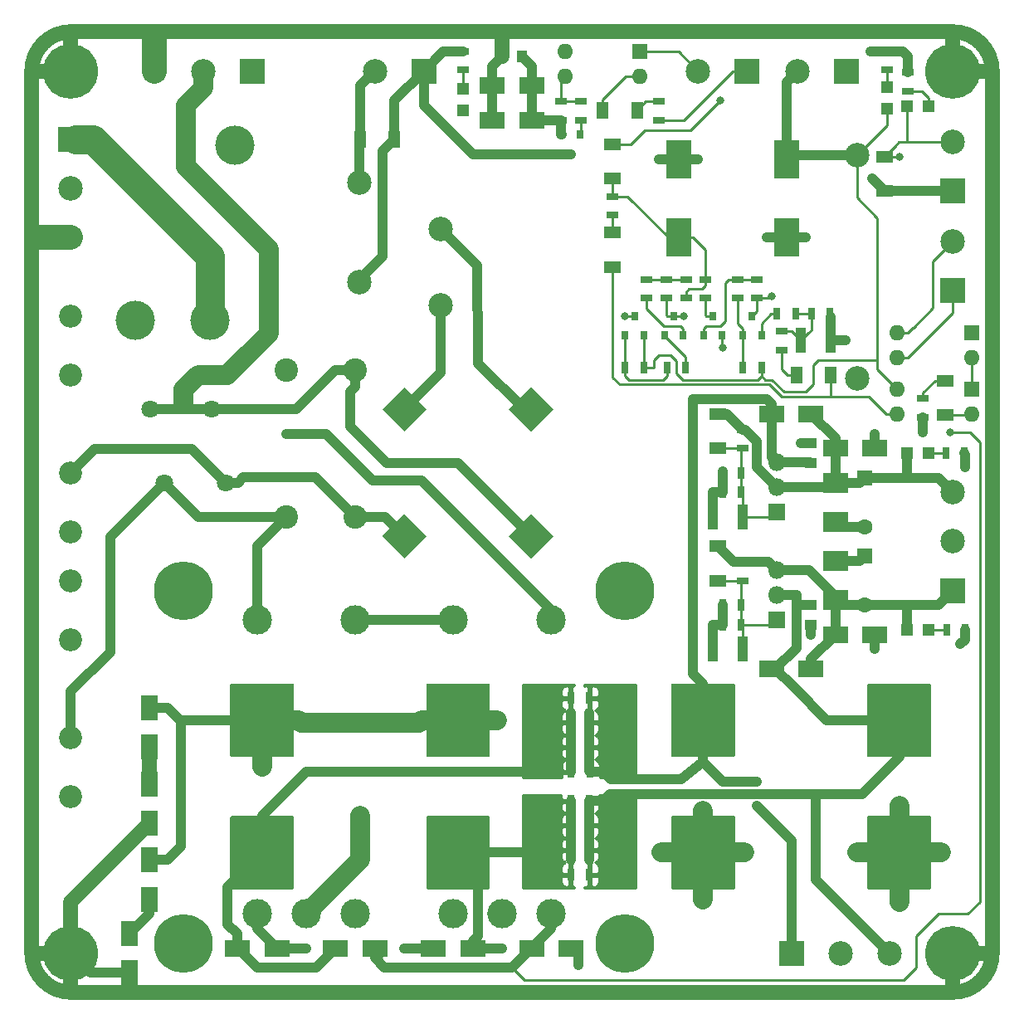
<source format=gbr>
G04 #@! TF.GenerationSoftware,KiCad,Pcbnew,5.1.5+dfsg1-2build2*
G04 #@! TF.CreationDate,2021-10-26T23:54:15+10:30*
G04 #@! TF.ProjectId,xover-psu,786f7665-722d-4707-9375-2e6b69636164,rev?*
G04 #@! TF.SameCoordinates,Original*
G04 #@! TF.FileFunction,Copper,L1,Top*
G04 #@! TF.FilePolarity,Positive*
%FSLAX46Y46*%
G04 Gerber Fmt 4.6, Leading zero omitted, Abs format (unit mm)*
G04 Created by KiCad (PCBNEW 5.1.5+dfsg1-2build2) date 2021-10-26 23:54:15*
%MOMM*%
%LPD*%
G04 APERTURE LIST*
%ADD10C,1.500000*%
%ADD11R,1.600000X1.600000*%
%ADD12O,1.600000X1.600000*%
%ADD13R,0.800000X0.900000*%
%ADD14R,0.700000X1.300000*%
%ADD15R,1.300000X0.700000*%
%ADD16C,2.500000*%
%ADD17R,2.500000X2.500000*%
%ADD18C,6.000000*%
%ADD19C,2.999740*%
%ADD20R,1.300000X1.700000*%
%ADD21R,1.700000X1.300000*%
%ADD22R,1.200000X1.200000*%
%ADD23R,1.000000X2.500000*%
%ADD24R,2.500000X4.000000*%
%ADD25C,0.100000*%
%ADD26R,1.800000X2.500000*%
%ADD27C,5.600000*%
%ADD28C,2.350000*%
%ADD29R,1.000000X1.250000*%
%ADD30R,2.500000X1.800000*%
%ADD31C,2.400000*%
%ADD32R,1.250000X1.000000*%
%ADD33R,2.500000X2.000000*%
%ADD34C,1.600000*%
%ADD35C,4.000000*%
%ADD36C,1.800000*%
%ADD37R,1.800000X1.800000*%
%ADD38O,1.800000X1.800000*%
%ADD39C,0.800000*%
%ADD40C,0.250000*%
%ADD41C,1.000000*%
%ADD42C,2.000000*%
%ADD43C,2.500000*%
%ADD44C,3.000000*%
%ADD45C,0.254000*%
G04 APERTURE END LIST*
D10*
X30000000Y-124000000D02*
G75*
G02X26000000Y-120000000I0J4000000D01*
G01*
X124000000Y-120000000D02*
G75*
G02X120000000Y-124000000I-4000000J0D01*
G01*
X120000000Y-26000000D02*
G75*
G02X124000000Y-30000000I0J-4000000D01*
G01*
X26000000Y-30000000D02*
G75*
G02X30000000Y-26000000I4000000J0D01*
G01*
D11*
X121901000Y-56750000D03*
D12*
X114281000Y-59290000D03*
X121901000Y-59290000D03*
X114281000Y-56750000D03*
D11*
X88000000Y-28000000D03*
D12*
X80380000Y-30540000D03*
X88000000Y-30540000D03*
X80380000Y-28000000D03*
D11*
X121901000Y-62465000D03*
D12*
X114281000Y-65005000D03*
X121901000Y-65005000D03*
X114281000Y-62465000D03*
D13*
X90550000Y-57000000D03*
X92450000Y-57000000D03*
X91500000Y-55000000D03*
D14*
X102050000Y-54750000D03*
X103950000Y-54750000D03*
X90800000Y-60250000D03*
X92700000Y-60250000D03*
D15*
X88750000Y-53150000D03*
X88750000Y-51250000D03*
D14*
X88450000Y-60250000D03*
X86550000Y-60250000D03*
D13*
X86550000Y-57000000D03*
X88450000Y-57000000D03*
X87500000Y-55000000D03*
D16*
X119996000Y-47432000D03*
D17*
X119996000Y-52432000D03*
D18*
X41500000Y-119000000D03*
X41500000Y-83000000D03*
X86500000Y-83000000D03*
X86500000Y-119000000D03*
D19*
X79001240Y-116001240D03*
X73999980Y-116001240D03*
X69001260Y-116001240D03*
X58998740Y-116001240D03*
X54000020Y-116001240D03*
X48998760Y-116001240D03*
X48998760Y-85998760D03*
X58998740Y-85998760D03*
X69001260Y-85998760D03*
X79001240Y-85998760D03*
D14*
X82900000Y-112000000D03*
X81000000Y-112000000D03*
X82900000Y-94000000D03*
X81000000Y-94000000D03*
D16*
X67700000Y-46100000D03*
X67700000Y-53900000D03*
X110200000Y-61400000D03*
X110200000Y-38600000D03*
D13*
X98550000Y-57000000D03*
X100450000Y-57000000D03*
X99500000Y-55000000D03*
D14*
X82900000Y-104500000D03*
X81000000Y-104500000D03*
X82900000Y-107000000D03*
X81000000Y-107000000D03*
X82900000Y-109500000D03*
X81000000Y-109500000D03*
X82950000Y-101500000D03*
X81050000Y-101500000D03*
X82900000Y-96500000D03*
X81000000Y-96500000D03*
X82900000Y-99000000D03*
X81000000Y-99000000D03*
D15*
X90750000Y-51250000D03*
X90750000Y-53150000D03*
X100000000Y-53150000D03*
X100000000Y-51250000D03*
D14*
X105550000Y-54750000D03*
X107450000Y-54750000D03*
D15*
X116948000Y-65320000D03*
X116948000Y-63420000D03*
X94750000Y-53150000D03*
X94750000Y-51250000D03*
X98000000Y-53150000D03*
X98000000Y-51250000D03*
X102500000Y-58450000D03*
X102500000Y-56550000D03*
X115424000Y-32046000D03*
X115424000Y-30146000D03*
X92750000Y-53150000D03*
X92750000Y-51250000D03*
X85250000Y-44700000D03*
X85250000Y-42800000D03*
D14*
X98550000Y-60250000D03*
X100450000Y-60250000D03*
D13*
X94550000Y-57000000D03*
X96450000Y-57000000D03*
X95500000Y-55000000D03*
D16*
X119996000Y-37272000D03*
D17*
X119996000Y-42272000D03*
D20*
X104000000Y-61000000D03*
X107500000Y-61000000D03*
D21*
X85250000Y-46500000D03*
X85250000Y-50000000D03*
X119234000Y-61604000D03*
X119234000Y-65104000D03*
X113000000Y-38750000D03*
X113000000Y-42250000D03*
D22*
X115340000Y-33636000D03*
X117540000Y-33636000D03*
D21*
X85250000Y-37500000D03*
X85250000Y-41000000D03*
D23*
X104500000Y-57500000D03*
X107500000Y-57500000D03*
D24*
X92000000Y-47000000D03*
X92000000Y-39000000D03*
G04 #@! TA.AperFunction,SMDPad,CuDef*
D25*
G36*
X72585839Y-106000876D02*
G01*
X72603506Y-106003497D01*
X72620832Y-106007837D01*
X72637648Y-106013854D01*
X72653794Y-106021490D01*
X72669114Y-106030673D01*
X72683460Y-106041312D01*
X72696693Y-106053307D01*
X72708688Y-106066540D01*
X72719327Y-106080886D01*
X72728510Y-106096206D01*
X72736146Y-106112352D01*
X72742163Y-106129168D01*
X72746503Y-106146494D01*
X72749124Y-106164161D01*
X72750000Y-106182000D01*
X72750000Y-113318000D01*
X72749124Y-113335839D01*
X72746503Y-113353506D01*
X72742163Y-113370832D01*
X72736146Y-113387648D01*
X72728510Y-113403794D01*
X72719327Y-113419114D01*
X72708688Y-113433460D01*
X72696693Y-113446693D01*
X72683460Y-113458688D01*
X72669114Y-113469327D01*
X72653794Y-113478510D01*
X72637648Y-113486146D01*
X72620832Y-113492163D01*
X72603506Y-113496503D01*
X72585839Y-113499124D01*
X72568000Y-113500000D01*
X66432000Y-113500000D01*
X66414161Y-113499124D01*
X66396494Y-113496503D01*
X66379168Y-113492163D01*
X66362352Y-113486146D01*
X66346206Y-113478510D01*
X66330886Y-113469327D01*
X66316540Y-113458688D01*
X66303307Y-113446693D01*
X66291312Y-113433460D01*
X66280673Y-113419114D01*
X66271490Y-113403794D01*
X66263854Y-113387648D01*
X66257837Y-113370832D01*
X66253497Y-113353506D01*
X66250876Y-113335839D01*
X66250000Y-113318000D01*
X66250000Y-106182000D01*
X66250876Y-106164161D01*
X66253497Y-106146494D01*
X66257837Y-106129168D01*
X66263854Y-106112352D01*
X66271490Y-106096206D01*
X66280673Y-106080886D01*
X66291312Y-106066540D01*
X66303307Y-106053307D01*
X66316540Y-106041312D01*
X66330886Y-106030673D01*
X66346206Y-106021490D01*
X66362352Y-106013854D01*
X66379168Y-106007837D01*
X66396494Y-106003497D01*
X66414161Y-106000876D01*
X66432000Y-106000000D01*
X72568000Y-106000000D01*
X72585839Y-106000876D01*
G37*
G04 #@! TD.AperFunction*
G04 #@! TA.AperFunction,SMDPad,CuDef*
G36*
X72585839Y-92500876D02*
G01*
X72603506Y-92503497D01*
X72620832Y-92507837D01*
X72637648Y-92513854D01*
X72653794Y-92521490D01*
X72669114Y-92530673D01*
X72683460Y-92541312D01*
X72696693Y-92553307D01*
X72708688Y-92566540D01*
X72719327Y-92580886D01*
X72728510Y-92596206D01*
X72736146Y-92612352D01*
X72742163Y-92629168D01*
X72746503Y-92646494D01*
X72749124Y-92664161D01*
X72750000Y-92682000D01*
X72750000Y-99818000D01*
X72749124Y-99835839D01*
X72746503Y-99853506D01*
X72742163Y-99870832D01*
X72736146Y-99887648D01*
X72728510Y-99903794D01*
X72719327Y-99919114D01*
X72708688Y-99933460D01*
X72696693Y-99946693D01*
X72683460Y-99958688D01*
X72669114Y-99969327D01*
X72653794Y-99978510D01*
X72637648Y-99986146D01*
X72620832Y-99992163D01*
X72603506Y-99996503D01*
X72585839Y-99999124D01*
X72568000Y-100000000D01*
X66432000Y-100000000D01*
X66414161Y-99999124D01*
X66396494Y-99996503D01*
X66379168Y-99992163D01*
X66362352Y-99986146D01*
X66346206Y-99978510D01*
X66330886Y-99969327D01*
X66316540Y-99958688D01*
X66303307Y-99946693D01*
X66291312Y-99933460D01*
X66280673Y-99919114D01*
X66271490Y-99903794D01*
X66263854Y-99887648D01*
X66257837Y-99870832D01*
X66253497Y-99853506D01*
X66250876Y-99835839D01*
X66250000Y-99818000D01*
X66250000Y-92682000D01*
X66250876Y-92664161D01*
X66253497Y-92646494D01*
X66257837Y-92629168D01*
X66263854Y-92612352D01*
X66271490Y-92596206D01*
X66280673Y-92580886D01*
X66291312Y-92566540D01*
X66303307Y-92553307D01*
X66316540Y-92541312D01*
X66330886Y-92530673D01*
X66346206Y-92521490D01*
X66362352Y-92513854D01*
X66379168Y-92507837D01*
X66396494Y-92503497D01*
X66414161Y-92500876D01*
X66432000Y-92500000D01*
X72568000Y-92500000D01*
X72585839Y-92500876D01*
G37*
G04 #@! TD.AperFunction*
D26*
X38000000Y-114500000D03*
X38000000Y-110500000D03*
X38000000Y-95000000D03*
X38000000Y-99000000D03*
D27*
X120000000Y-120000000D03*
X120000000Y-30000000D03*
D28*
X30000000Y-98000000D03*
X30000000Y-104000000D03*
X30000000Y-88000000D03*
X30000000Y-82000000D03*
X30000000Y-71000000D03*
X30000000Y-77000000D03*
X30000000Y-61000000D03*
X30000000Y-55000000D03*
D27*
X30000000Y-120000000D03*
X30000000Y-30000000D03*
D29*
X76000000Y-28500000D03*
X74000000Y-28500000D03*
D16*
X30000000Y-42000000D03*
D17*
X30000000Y-37000000D03*
D16*
X30000000Y-47000000D03*
X43500000Y-30000000D03*
D17*
X48500000Y-30000000D03*
D16*
X38500000Y-30000000D03*
D26*
X36000000Y-122000000D03*
X36000000Y-118000000D03*
X38000000Y-102750000D03*
X38000000Y-106750000D03*
D30*
X73000000Y-35000000D03*
X77000000Y-35000000D03*
X77000000Y-31500000D03*
X73000000Y-31500000D03*
G04 #@! TA.AperFunction,SMDPad,CuDef*
D25*
G36*
X52585839Y-92500876D02*
G01*
X52603506Y-92503497D01*
X52620832Y-92507837D01*
X52637648Y-92513854D01*
X52653794Y-92521490D01*
X52669114Y-92530673D01*
X52683460Y-92541312D01*
X52696693Y-92553307D01*
X52708688Y-92566540D01*
X52719327Y-92580886D01*
X52728510Y-92596206D01*
X52736146Y-92612352D01*
X52742163Y-92629168D01*
X52746503Y-92646494D01*
X52749124Y-92664161D01*
X52750000Y-92682000D01*
X52750000Y-99818000D01*
X52749124Y-99835839D01*
X52746503Y-99853506D01*
X52742163Y-99870832D01*
X52736146Y-99887648D01*
X52728510Y-99903794D01*
X52719327Y-99919114D01*
X52708688Y-99933460D01*
X52696693Y-99946693D01*
X52683460Y-99958688D01*
X52669114Y-99969327D01*
X52653794Y-99978510D01*
X52637648Y-99986146D01*
X52620832Y-99992163D01*
X52603506Y-99996503D01*
X52585839Y-99999124D01*
X52568000Y-100000000D01*
X46432000Y-100000000D01*
X46414161Y-99999124D01*
X46396494Y-99996503D01*
X46379168Y-99992163D01*
X46362352Y-99986146D01*
X46346206Y-99978510D01*
X46330886Y-99969327D01*
X46316540Y-99958688D01*
X46303307Y-99946693D01*
X46291312Y-99933460D01*
X46280673Y-99919114D01*
X46271490Y-99903794D01*
X46263854Y-99887648D01*
X46257837Y-99870832D01*
X46253497Y-99853506D01*
X46250876Y-99835839D01*
X46250000Y-99818000D01*
X46250000Y-92682000D01*
X46250876Y-92664161D01*
X46253497Y-92646494D01*
X46257837Y-92629168D01*
X46263854Y-92612352D01*
X46271490Y-92596206D01*
X46280673Y-92580886D01*
X46291312Y-92566540D01*
X46303307Y-92553307D01*
X46316540Y-92541312D01*
X46330886Y-92530673D01*
X46346206Y-92521490D01*
X46362352Y-92513854D01*
X46379168Y-92507837D01*
X46396494Y-92503497D01*
X46414161Y-92500876D01*
X46432000Y-92500000D01*
X52568000Y-92500000D01*
X52585839Y-92500876D01*
G37*
G04 #@! TD.AperFunction*
G04 #@! TA.AperFunction,SMDPad,CuDef*
G36*
X52585839Y-106000876D02*
G01*
X52603506Y-106003497D01*
X52620832Y-106007837D01*
X52637648Y-106013854D01*
X52653794Y-106021490D01*
X52669114Y-106030673D01*
X52683460Y-106041312D01*
X52696693Y-106053307D01*
X52708688Y-106066540D01*
X52719327Y-106080886D01*
X52728510Y-106096206D01*
X52736146Y-106112352D01*
X52742163Y-106129168D01*
X52746503Y-106146494D01*
X52749124Y-106164161D01*
X52750000Y-106182000D01*
X52750000Y-113318000D01*
X52749124Y-113335839D01*
X52746503Y-113353506D01*
X52742163Y-113370832D01*
X52736146Y-113387648D01*
X52728510Y-113403794D01*
X52719327Y-113419114D01*
X52708688Y-113433460D01*
X52696693Y-113446693D01*
X52683460Y-113458688D01*
X52669114Y-113469327D01*
X52653794Y-113478510D01*
X52637648Y-113486146D01*
X52620832Y-113492163D01*
X52603506Y-113496503D01*
X52585839Y-113499124D01*
X52568000Y-113500000D01*
X46432000Y-113500000D01*
X46414161Y-113499124D01*
X46396494Y-113496503D01*
X46379168Y-113492163D01*
X46362352Y-113486146D01*
X46346206Y-113478510D01*
X46330886Y-113469327D01*
X46316540Y-113458688D01*
X46303307Y-113446693D01*
X46291312Y-113433460D01*
X46280673Y-113419114D01*
X46271490Y-113403794D01*
X46263854Y-113387648D01*
X46257837Y-113370832D01*
X46253497Y-113353506D01*
X46250876Y-113335839D01*
X46250000Y-113318000D01*
X46250000Y-106182000D01*
X46250876Y-106164161D01*
X46253497Y-106146494D01*
X46257837Y-106129168D01*
X46263854Y-106112352D01*
X46271490Y-106096206D01*
X46280673Y-106080886D01*
X46291312Y-106066540D01*
X46303307Y-106053307D01*
X46316540Y-106041312D01*
X46330886Y-106030673D01*
X46346206Y-106021490D01*
X46362352Y-106013854D01*
X46379168Y-106007837D01*
X46396494Y-106003497D01*
X46414161Y-106000876D01*
X46432000Y-106000000D01*
X52568000Y-106000000D01*
X52585839Y-106000876D01*
G37*
G04 #@! TD.AperFunction*
G04 #@! TA.AperFunction,SMDPad,CuDef*
G36*
X97585839Y-106000876D02*
G01*
X97603506Y-106003497D01*
X97620832Y-106007837D01*
X97637648Y-106013854D01*
X97653794Y-106021490D01*
X97669114Y-106030673D01*
X97683460Y-106041312D01*
X97696693Y-106053307D01*
X97708688Y-106066540D01*
X97719327Y-106080886D01*
X97728510Y-106096206D01*
X97736146Y-106112352D01*
X97742163Y-106129168D01*
X97746503Y-106146494D01*
X97749124Y-106164161D01*
X97750000Y-106182000D01*
X97750000Y-113318000D01*
X97749124Y-113335839D01*
X97746503Y-113353506D01*
X97742163Y-113370832D01*
X97736146Y-113387648D01*
X97728510Y-113403794D01*
X97719327Y-113419114D01*
X97708688Y-113433460D01*
X97696693Y-113446693D01*
X97683460Y-113458688D01*
X97669114Y-113469327D01*
X97653794Y-113478510D01*
X97637648Y-113486146D01*
X97620832Y-113492163D01*
X97603506Y-113496503D01*
X97585839Y-113499124D01*
X97568000Y-113500000D01*
X91432000Y-113500000D01*
X91414161Y-113499124D01*
X91396494Y-113496503D01*
X91379168Y-113492163D01*
X91362352Y-113486146D01*
X91346206Y-113478510D01*
X91330886Y-113469327D01*
X91316540Y-113458688D01*
X91303307Y-113446693D01*
X91291312Y-113433460D01*
X91280673Y-113419114D01*
X91271490Y-113403794D01*
X91263854Y-113387648D01*
X91257837Y-113370832D01*
X91253497Y-113353506D01*
X91250876Y-113335839D01*
X91250000Y-113318000D01*
X91250000Y-106182000D01*
X91250876Y-106164161D01*
X91253497Y-106146494D01*
X91257837Y-106129168D01*
X91263854Y-106112352D01*
X91271490Y-106096206D01*
X91280673Y-106080886D01*
X91291312Y-106066540D01*
X91303307Y-106053307D01*
X91316540Y-106041312D01*
X91330886Y-106030673D01*
X91346206Y-106021490D01*
X91362352Y-106013854D01*
X91379168Y-106007837D01*
X91396494Y-106003497D01*
X91414161Y-106000876D01*
X91432000Y-106000000D01*
X97568000Y-106000000D01*
X97585839Y-106000876D01*
G37*
G04 #@! TD.AperFunction*
G04 #@! TA.AperFunction,SMDPad,CuDef*
G36*
X97585839Y-92500876D02*
G01*
X97603506Y-92503497D01*
X97620832Y-92507837D01*
X97637648Y-92513854D01*
X97653794Y-92521490D01*
X97669114Y-92530673D01*
X97683460Y-92541312D01*
X97696693Y-92553307D01*
X97708688Y-92566540D01*
X97719327Y-92580886D01*
X97728510Y-92596206D01*
X97736146Y-92612352D01*
X97742163Y-92629168D01*
X97746503Y-92646494D01*
X97749124Y-92664161D01*
X97750000Y-92682000D01*
X97750000Y-99818000D01*
X97749124Y-99835839D01*
X97746503Y-99853506D01*
X97742163Y-99870832D01*
X97736146Y-99887648D01*
X97728510Y-99903794D01*
X97719327Y-99919114D01*
X97708688Y-99933460D01*
X97696693Y-99946693D01*
X97683460Y-99958688D01*
X97669114Y-99969327D01*
X97653794Y-99978510D01*
X97637648Y-99986146D01*
X97620832Y-99992163D01*
X97603506Y-99996503D01*
X97585839Y-99999124D01*
X97568000Y-100000000D01*
X91432000Y-100000000D01*
X91414161Y-99999124D01*
X91396494Y-99996503D01*
X91379168Y-99992163D01*
X91362352Y-99986146D01*
X91346206Y-99978510D01*
X91330886Y-99969327D01*
X91316540Y-99958688D01*
X91303307Y-99946693D01*
X91291312Y-99933460D01*
X91280673Y-99919114D01*
X91271490Y-99903794D01*
X91263854Y-99887648D01*
X91257837Y-99870832D01*
X91253497Y-99853506D01*
X91250876Y-99835839D01*
X91250000Y-99818000D01*
X91250000Y-92682000D01*
X91250876Y-92664161D01*
X91253497Y-92646494D01*
X91257837Y-92629168D01*
X91263854Y-92612352D01*
X91271490Y-92596206D01*
X91280673Y-92580886D01*
X91291312Y-92566540D01*
X91303307Y-92553307D01*
X91316540Y-92541312D01*
X91330886Y-92530673D01*
X91346206Y-92521490D01*
X91362352Y-92513854D01*
X91379168Y-92507837D01*
X91396494Y-92503497D01*
X91414161Y-92500876D01*
X91432000Y-92500000D01*
X97568000Y-92500000D01*
X97585839Y-92500876D01*
G37*
G04 #@! TD.AperFunction*
G04 #@! TA.AperFunction,SMDPad,CuDef*
G36*
X117585839Y-92500876D02*
G01*
X117603506Y-92503497D01*
X117620832Y-92507837D01*
X117637648Y-92513854D01*
X117653794Y-92521490D01*
X117669114Y-92530673D01*
X117683460Y-92541312D01*
X117696693Y-92553307D01*
X117708688Y-92566540D01*
X117719327Y-92580886D01*
X117728510Y-92596206D01*
X117736146Y-92612352D01*
X117742163Y-92629168D01*
X117746503Y-92646494D01*
X117749124Y-92664161D01*
X117750000Y-92682000D01*
X117750000Y-99818000D01*
X117749124Y-99835839D01*
X117746503Y-99853506D01*
X117742163Y-99870832D01*
X117736146Y-99887648D01*
X117728510Y-99903794D01*
X117719327Y-99919114D01*
X117708688Y-99933460D01*
X117696693Y-99946693D01*
X117683460Y-99958688D01*
X117669114Y-99969327D01*
X117653794Y-99978510D01*
X117637648Y-99986146D01*
X117620832Y-99992163D01*
X117603506Y-99996503D01*
X117585839Y-99999124D01*
X117568000Y-100000000D01*
X111432000Y-100000000D01*
X111414161Y-99999124D01*
X111396494Y-99996503D01*
X111379168Y-99992163D01*
X111362352Y-99986146D01*
X111346206Y-99978510D01*
X111330886Y-99969327D01*
X111316540Y-99958688D01*
X111303307Y-99946693D01*
X111291312Y-99933460D01*
X111280673Y-99919114D01*
X111271490Y-99903794D01*
X111263854Y-99887648D01*
X111257837Y-99870832D01*
X111253497Y-99853506D01*
X111250876Y-99835839D01*
X111250000Y-99818000D01*
X111250000Y-92682000D01*
X111250876Y-92664161D01*
X111253497Y-92646494D01*
X111257837Y-92629168D01*
X111263854Y-92612352D01*
X111271490Y-92596206D01*
X111280673Y-92580886D01*
X111291312Y-92566540D01*
X111303307Y-92553307D01*
X111316540Y-92541312D01*
X111330886Y-92530673D01*
X111346206Y-92521490D01*
X111362352Y-92513854D01*
X111379168Y-92507837D01*
X111396494Y-92503497D01*
X111414161Y-92500876D01*
X111432000Y-92500000D01*
X117568000Y-92500000D01*
X117585839Y-92500876D01*
G37*
G04 #@! TD.AperFunction*
G04 #@! TA.AperFunction,SMDPad,CuDef*
G36*
X117585839Y-106000876D02*
G01*
X117603506Y-106003497D01*
X117620832Y-106007837D01*
X117637648Y-106013854D01*
X117653794Y-106021490D01*
X117669114Y-106030673D01*
X117683460Y-106041312D01*
X117696693Y-106053307D01*
X117708688Y-106066540D01*
X117719327Y-106080886D01*
X117728510Y-106096206D01*
X117736146Y-106112352D01*
X117742163Y-106129168D01*
X117746503Y-106146494D01*
X117749124Y-106164161D01*
X117750000Y-106182000D01*
X117750000Y-113318000D01*
X117749124Y-113335839D01*
X117746503Y-113353506D01*
X117742163Y-113370832D01*
X117736146Y-113387648D01*
X117728510Y-113403794D01*
X117719327Y-113419114D01*
X117708688Y-113433460D01*
X117696693Y-113446693D01*
X117683460Y-113458688D01*
X117669114Y-113469327D01*
X117653794Y-113478510D01*
X117637648Y-113486146D01*
X117620832Y-113492163D01*
X117603506Y-113496503D01*
X117585839Y-113499124D01*
X117568000Y-113500000D01*
X111432000Y-113500000D01*
X111414161Y-113499124D01*
X111396494Y-113496503D01*
X111379168Y-113492163D01*
X111362352Y-113486146D01*
X111346206Y-113478510D01*
X111330886Y-113469327D01*
X111316540Y-113458688D01*
X111303307Y-113446693D01*
X111291312Y-113433460D01*
X111280673Y-113419114D01*
X111271490Y-113403794D01*
X111263854Y-113387648D01*
X111257837Y-113370832D01*
X111253497Y-113353506D01*
X111250876Y-113335839D01*
X111250000Y-113318000D01*
X111250000Y-106182000D01*
X111250876Y-106164161D01*
X111253497Y-106146494D01*
X111257837Y-106129168D01*
X111263854Y-106112352D01*
X111271490Y-106096206D01*
X111280673Y-106080886D01*
X111291312Y-106066540D01*
X111303307Y-106053307D01*
X111316540Y-106041312D01*
X111330886Y-106030673D01*
X111346206Y-106021490D01*
X111362352Y-106013854D01*
X111379168Y-106007837D01*
X111396494Y-106003497D01*
X111414161Y-106000876D01*
X111432000Y-106000000D01*
X117568000Y-106000000D01*
X117585839Y-106000876D01*
G37*
G04 #@! TD.AperFunction*
D16*
X94000000Y-30000000D03*
D17*
X99000000Y-30000000D03*
D31*
X59000000Y-75500000D03*
X59000000Y-60500000D03*
X52000000Y-60500000D03*
X52000000Y-75500000D03*
D24*
X103000000Y-39000000D03*
X103000000Y-47000000D03*
D32*
X105500000Y-68000000D03*
X105500000Y-70000000D03*
X105500000Y-86500000D03*
X105500000Y-84500000D03*
D23*
X98500000Y-75500000D03*
X95500000Y-75500000D03*
X98500000Y-89000000D03*
X95500000Y-89000000D03*
D33*
X108000000Y-76000000D03*
X108000000Y-72000000D03*
X108000000Y-80000000D03*
X108000000Y-84000000D03*
D34*
X111000000Y-76500000D03*
D11*
X111000000Y-71500000D03*
X111000000Y-79500000D03*
D34*
X111000000Y-84500000D03*
D20*
X84250000Y-34000000D03*
X87750000Y-34000000D03*
D22*
X70000000Y-34000000D03*
X70000000Y-31800000D03*
D20*
X63000000Y-37000000D03*
X59500000Y-37000000D03*
D22*
X113250000Y-31650000D03*
X113250000Y-33850000D03*
D30*
X51000000Y-119500000D03*
X47000000Y-119500000D03*
X71000000Y-119500000D03*
X67000000Y-119500000D03*
X57000000Y-119500000D03*
X61000000Y-119500000D03*
X77000000Y-119500000D03*
X81000000Y-119500000D03*
X101500000Y-65000000D03*
X105500000Y-65000000D03*
X101500000Y-91000000D03*
X105500000Y-91000000D03*
D21*
X96000000Y-65000000D03*
X96000000Y-68500000D03*
X96000000Y-78500000D03*
X96000000Y-82000000D03*
D30*
X108000000Y-68500000D03*
X112000000Y-68500000D03*
X108000000Y-87500000D03*
X112000000Y-87500000D03*
D22*
X117500000Y-69000000D03*
X115300000Y-69000000D03*
X115300000Y-87000000D03*
X117500000Y-87000000D03*
D17*
X66000000Y-30000000D03*
D16*
X61000000Y-30000000D03*
X113500000Y-120000000D03*
D17*
X103500000Y-120000000D03*
D16*
X108500000Y-120000000D03*
D17*
X109160000Y-30000000D03*
D16*
X104160000Y-30000000D03*
X120000000Y-78000000D03*
D17*
X120000000Y-83000000D03*
D16*
X120000000Y-73000000D03*
D35*
X36600000Y-55400000D03*
X44200000Y-55400000D03*
X46740000Y-37600000D03*
D16*
X59440000Y-51580000D03*
X59440000Y-41420000D03*
G04 #@! TA.AperFunction,SMDPad,CuDef*
D25*
G36*
X76965784Y-79728526D02*
G01*
X74703042Y-77465784D01*
X76965784Y-75203042D01*
X79228526Y-77465784D01*
X76965784Y-79728526D01*
G37*
G04 #@! TD.AperFunction*
G04 #@! TA.AperFunction,SMDPad,CuDef*
G36*
X76965784Y-66796958D02*
G01*
X74703042Y-64534216D01*
X76965784Y-62271474D01*
X79228526Y-64534216D01*
X76965784Y-66796958D01*
G37*
G04 #@! TD.AperFunction*
G04 #@! TA.AperFunction,SMDPad,CuDef*
G36*
X64034216Y-79728526D02*
G01*
X61771474Y-77465784D01*
X64034216Y-75203042D01*
X66296958Y-77465784D01*
X64034216Y-79728526D01*
G37*
G04 #@! TD.AperFunction*
G04 #@! TA.AperFunction,SMDPad,CuDef*
G36*
X64034216Y-66796958D02*
G01*
X61771474Y-64534216D01*
X64034216Y-62271474D01*
X66296958Y-64534216D01*
X64034216Y-66796958D01*
G37*
G04 #@! TD.AperFunction*
D13*
X81000000Y-38500000D03*
X80050000Y-36500000D03*
X81950000Y-36500000D03*
D15*
X90000000Y-33100000D03*
X90000000Y-35000000D03*
X70000000Y-28000000D03*
X70000000Y-29900000D03*
X82000000Y-35000000D03*
X82000000Y-33100000D03*
X80000000Y-35000000D03*
X80000000Y-33100000D03*
X113250000Y-29900000D03*
X113250000Y-28000000D03*
D14*
X96500000Y-73000000D03*
X98400000Y-73000000D03*
X98400000Y-84500000D03*
X96500000Y-84500000D03*
X96500000Y-71000000D03*
X98400000Y-71000000D03*
X96500000Y-86500000D03*
X98400000Y-86500000D03*
D15*
X98500000Y-68500000D03*
X98500000Y-66600000D03*
X98500000Y-80100000D03*
X98500000Y-82000000D03*
D14*
X121150000Y-69000000D03*
X119250000Y-69000000D03*
X119350000Y-87000000D03*
X121250000Y-87000000D03*
D36*
X45750000Y-72000000D03*
X44350000Y-64500000D03*
X38100000Y-64500000D03*
X39500000Y-72000000D03*
D37*
X102000000Y-75000000D03*
D38*
X102000000Y-72460000D03*
X102000000Y-69920000D03*
X102000000Y-80920000D03*
X102000000Y-83460000D03*
D37*
X102000000Y-86000000D03*
D39*
X105000000Y-47000000D03*
X101000000Y-47000000D03*
X78500002Y-35000000D03*
X111614000Y-28000000D03*
X90000000Y-39000000D03*
X94000004Y-39000000D03*
X104500000Y-68000000D03*
X112000000Y-67000000D03*
X120750000Y-88500000D03*
X112000000Y-89000000D03*
X105500000Y-87500000D03*
X95500000Y-86500000D03*
X95500000Y-73000000D03*
X59500000Y-106000000D03*
X61500000Y-96500000D03*
X57500000Y-96500000D03*
X63000000Y-96500000D03*
X59500000Y-109000000D03*
X56000000Y-96500000D03*
X59500000Y-110500000D03*
X59500000Y-107500000D03*
X49500000Y-101000000D03*
X73500000Y-96250000D03*
X90250000Y-109750000D03*
X114500000Y-105000000D03*
X114500000Y-114750000D03*
X98750000Y-109750000D03*
X94500000Y-114500000D03*
X94500000Y-105500000D03*
X110249994Y-109750000D03*
X118749996Y-109750000D03*
X121266000Y-70466000D03*
X116948000Y-66910000D03*
X111750000Y-41000000D03*
X109000000Y-57500000D03*
X101500000Y-53000000D03*
X96500000Y-58250000D03*
X92500000Y-55000000D03*
X54000000Y-119500000D03*
X64000000Y-119500000D03*
X74999998Y-121500000D03*
X119742000Y-66910000D03*
X74000012Y-119500000D03*
X81750000Y-121250000D03*
X56000000Y-67000000D03*
X53999986Y-67000000D03*
X52000000Y-67000000D03*
X26000000Y-93000000D03*
X26000000Y-93000000D03*
X74000000Y-26000000D03*
X100000000Y-102500000D03*
X100000000Y-105000000D03*
X70000000Y-34000000D03*
X96250000Y-33000000D03*
X86500000Y-55000000D03*
X114500000Y-38750000D03*
D40*
X85250000Y-41000000D02*
X85250000Y-42800000D01*
X91000000Y-47000000D02*
X92000000Y-47000000D01*
X86800000Y-42800000D02*
X91000000Y-47000000D01*
X92750000Y-52550000D02*
X93050000Y-52250000D01*
X92750000Y-53150000D02*
X92750000Y-52550000D01*
X94750000Y-51850000D02*
X94750000Y-51250000D01*
X94350000Y-52250000D02*
X94750000Y-51850000D01*
X93050000Y-52250000D02*
X94350000Y-52250000D01*
X93500000Y-47000000D02*
X92000000Y-47000000D01*
X94750000Y-48250000D02*
X93500000Y-47000000D01*
X94750000Y-51250000D02*
X94750000Y-48250000D01*
X86800000Y-42800000D02*
X85250000Y-42800000D01*
D41*
X80000000Y-36450000D02*
X80050000Y-36500000D01*
X80000000Y-35000000D02*
X80000000Y-36450000D01*
X103000000Y-47000000D02*
X105000000Y-47000000D01*
X103000000Y-47000000D02*
X101000000Y-47000000D01*
X78500002Y-35000000D02*
X77000000Y-35000000D01*
X77000000Y-29500000D02*
X76000000Y-28500000D01*
X77000000Y-35000000D02*
X77000000Y-29500000D01*
X78500002Y-35000000D02*
X80000000Y-35000000D01*
X112179685Y-28000000D02*
X111614000Y-28000000D01*
X113250000Y-28000000D02*
X112179685Y-28000000D01*
X92000000Y-39000000D02*
X90000000Y-39000000D01*
X92000000Y-39000000D02*
X94000004Y-39000000D01*
X110500000Y-80000000D02*
X111000000Y-79500000D01*
X108000000Y-80000000D02*
X110500000Y-80000000D01*
X108000000Y-76000000D02*
X108500000Y-76000000D01*
X109000000Y-76500000D02*
X111000000Y-76500000D01*
X108500000Y-76000000D02*
X109000000Y-76500000D01*
X96500000Y-84500000D02*
X96500000Y-86500000D01*
X105500000Y-68000000D02*
X104500000Y-68000000D01*
X112000000Y-68500000D02*
X112000000Y-67000000D01*
X121250000Y-88000000D02*
X120750000Y-88500000D01*
X121250000Y-87000000D02*
X121250000Y-88000000D01*
X112000000Y-87500000D02*
X112000000Y-89000000D01*
X105500000Y-86500000D02*
X105500000Y-87500000D01*
X96500000Y-73000000D02*
X96500000Y-70860001D01*
X96500000Y-86500000D02*
X95500000Y-86500000D01*
X72998760Y-116001240D02*
X73999980Y-116001240D01*
X73999980Y-116001240D02*
X74001240Y-116001240D01*
D42*
X60000000Y-96500000D02*
X60000000Y-96500000D01*
D41*
X43000000Y-96250000D02*
X49500000Y-96250000D01*
D42*
X69500000Y-96250000D02*
X65750000Y-96250000D01*
X65750000Y-96250000D02*
X65500000Y-96500000D01*
X60000000Y-96500000D02*
X65500000Y-96500000D01*
X49500000Y-96250000D02*
X53250000Y-96250000D01*
X53250000Y-96250000D02*
X53500000Y-96500000D01*
X53500000Y-96500000D02*
X60000000Y-96500000D01*
X54000020Y-115999980D02*
X59500000Y-110500000D01*
D41*
X54000020Y-116001240D02*
X54000020Y-115999980D01*
D42*
X59500000Y-110500000D02*
X59500000Y-106000000D01*
D41*
X41150000Y-96250000D02*
X43000000Y-96250000D01*
X39900000Y-95000000D02*
X41150000Y-96250000D01*
X38000000Y-95000000D02*
X39900000Y-95000000D01*
X39900000Y-110500000D02*
X41250000Y-109150000D01*
X38000000Y-110500000D02*
X39900000Y-110500000D01*
X41250000Y-96350000D02*
X41150000Y-96250000D01*
X41250000Y-109150000D02*
X41250000Y-96350000D01*
X96500000Y-73000000D02*
X95500000Y-73000000D01*
X95500000Y-75500000D02*
X95500000Y-73000000D01*
X95500000Y-89000000D02*
X95500000Y-86500000D01*
D42*
X49500000Y-96250000D02*
X49500000Y-101000000D01*
X69500000Y-96250000D02*
X73500000Y-96250000D01*
X94500000Y-109750000D02*
X90250000Y-109750000D01*
X114500000Y-109750000D02*
X114500000Y-105000000D01*
X114500000Y-109750000D02*
X114500000Y-114750000D01*
X94500000Y-109750000D02*
X98750000Y-109750000D01*
X94500000Y-109750000D02*
X94500000Y-114500000D01*
X94500000Y-109750000D02*
X94500000Y-105500000D01*
X114500000Y-109750000D02*
X110249994Y-109750000D01*
X114500000Y-109750000D02*
X118749996Y-109750000D01*
D41*
X121266000Y-69116000D02*
X121266000Y-69900315D01*
X121266000Y-69900315D02*
X121266000Y-70466000D01*
X121150000Y-69000000D02*
X121266000Y-69116000D01*
X116948000Y-65320000D02*
X116948000Y-66910000D01*
X46000000Y-113250000D02*
X49500000Y-109750000D01*
X46000000Y-117050000D02*
X46000000Y-113250000D01*
X47000000Y-118050000D02*
X46000000Y-117050000D01*
X47000000Y-119500000D02*
X47000000Y-118050000D01*
X48000000Y-120500000D02*
X47000000Y-119500000D01*
X49000000Y-121500000D02*
X48000000Y-120500000D01*
X55000000Y-121500000D02*
X49000000Y-121500000D01*
X57000000Y-119500000D02*
X55000000Y-121500000D01*
X81000000Y-97500000D02*
X81000000Y-99500000D01*
X81000000Y-101450000D02*
X81050000Y-101500000D01*
X81000000Y-99500000D02*
X81000000Y-101450000D01*
X81000000Y-97500000D02*
X81000000Y-95500000D01*
X49500000Y-106000000D02*
X49500000Y-109750000D01*
X54000000Y-101500000D02*
X49500000Y-106000000D01*
X79250000Y-101500000D02*
X54000000Y-101500000D01*
D40*
X101500000Y-75500000D02*
X102000000Y-75000000D01*
X98500000Y-75500000D02*
X101500000Y-75500000D01*
X98900000Y-75100000D02*
X98500000Y-75500000D01*
X98500000Y-68500000D02*
X96000000Y-68500000D01*
X98500000Y-73100000D02*
X98400000Y-73000000D01*
X98500000Y-75500000D02*
X98500000Y-73100000D01*
X98400000Y-73000000D02*
X98400000Y-70860001D01*
X98400000Y-68600000D02*
X98500000Y-68500000D01*
X98400000Y-70860001D02*
X98400000Y-68600000D01*
X101500000Y-86500000D02*
X102000000Y-86000000D01*
X98400000Y-86500000D02*
X101500000Y-86500000D01*
X96000000Y-82000000D02*
X98500000Y-82000000D01*
X98400000Y-86500000D02*
X98400000Y-84500000D01*
X98400000Y-82100000D02*
X98500000Y-82000000D01*
X98400000Y-84500000D02*
X98400000Y-82100000D01*
X98500000Y-86600000D02*
X98400000Y-86500000D01*
X98500000Y-89000000D02*
X98500000Y-86600000D01*
D41*
X110500000Y-72000000D02*
X111000000Y-71500000D01*
X108000000Y-72000000D02*
X110500000Y-72000000D01*
X118500000Y-71500000D02*
X120000000Y-73000000D01*
X115300000Y-71300000D02*
X115300000Y-69000000D01*
X111000000Y-71500000D02*
X116000000Y-71500000D01*
X116000000Y-71500000D02*
X118500000Y-71500000D01*
X108000000Y-72000000D02*
X108000000Y-68500000D01*
X108000000Y-67500000D02*
X105500000Y-65000000D01*
X108000000Y-68500000D02*
X108000000Y-67500000D01*
X96900000Y-65000000D02*
X98500000Y-66600000D01*
X96000000Y-65000000D02*
X96900000Y-65000000D01*
X98800000Y-66600000D02*
X100000000Y-67800000D01*
X98500000Y-66600000D02*
X98800000Y-66600000D01*
X100000000Y-70460000D02*
X102000000Y-72460000D01*
X100000000Y-67800000D02*
X100000000Y-70460000D01*
X107540000Y-72460000D02*
X108000000Y-72000000D01*
X102000000Y-72460000D02*
X107540000Y-72460000D01*
X105500000Y-90000000D02*
X108000000Y-87500000D01*
X105500000Y-91000000D02*
X105500000Y-90000000D01*
X118500000Y-84500000D02*
X120000000Y-83000000D01*
X115300000Y-87000000D02*
X115300000Y-84800000D01*
X115500000Y-84500000D02*
X118500000Y-84500000D01*
X111000000Y-84500000D02*
X115500000Y-84500000D01*
X108500000Y-84500000D02*
X108000000Y-84000000D01*
X111000000Y-84500000D02*
X108500000Y-84500000D01*
X108000000Y-84000000D02*
X108000000Y-87500000D01*
X101180000Y-80100000D02*
X102000000Y-80920000D01*
X98500000Y-80100000D02*
X101180000Y-80100000D01*
X97600000Y-80100000D02*
X96000000Y-78500000D01*
X98500000Y-80100000D02*
X97600000Y-80100000D01*
X104920000Y-80920000D02*
X102000000Y-80920000D01*
X105305002Y-80920000D02*
X104920000Y-80920000D01*
X108000000Y-83614998D02*
X105305002Y-80920000D01*
X108000000Y-84000000D02*
X108000000Y-83614998D01*
D40*
X116324000Y-32046000D02*
X115424000Y-32046000D01*
X116800000Y-32046000D02*
X116324000Y-32046000D01*
X117540000Y-32786000D02*
X116800000Y-32046000D01*
X117540000Y-33636000D02*
X117540000Y-32786000D01*
D41*
X113646000Y-42244000D02*
X113674000Y-42272000D01*
X117746000Y-42272000D02*
X119996000Y-42272000D01*
X113674000Y-42272000D02*
X117746000Y-42272000D01*
X115424000Y-28796000D02*
X115424000Y-30146000D01*
X114900000Y-28000000D02*
X115424000Y-28524000D01*
X115424000Y-28524000D02*
X115424000Y-28796000D01*
X113250000Y-28000000D02*
X114900000Y-28000000D01*
X113000000Y-42250000D02*
X111750000Y-41000000D01*
X107500000Y-57500000D02*
X109000000Y-57500000D01*
X107500000Y-57500000D02*
X107500000Y-55100000D01*
D40*
X100000000Y-54500000D02*
X99500000Y-55000000D01*
X100000000Y-53150000D02*
X100000000Y-54500000D01*
X101350000Y-53150000D02*
X101500000Y-53000000D01*
X100000000Y-53150000D02*
X101350000Y-53150000D01*
X96450000Y-58200000D02*
X96500000Y-58250000D01*
X96450000Y-57000000D02*
X96450000Y-58200000D01*
X91500000Y-55000000D02*
X92500000Y-55000000D01*
X90750000Y-53750000D02*
X90750000Y-53150000D01*
X90750000Y-54900000D02*
X90750000Y-53750000D01*
X90850000Y-55000000D02*
X90750000Y-54900000D01*
X91500000Y-55000000D02*
X90850000Y-55000000D01*
X118164000Y-61604000D02*
X119234000Y-61604000D01*
X116948000Y-62820000D02*
X118164000Y-61604000D01*
X116948000Y-63420000D02*
X116948000Y-62820000D01*
X85250000Y-44700000D02*
X85250000Y-46500000D01*
X86868630Y-30540000D02*
X88000000Y-30540000D01*
X86610000Y-30540000D02*
X86868630Y-30540000D01*
X84250000Y-32900000D02*
X86610000Y-30540000D01*
X84250000Y-34000000D02*
X84250000Y-32900000D01*
X88650000Y-33100000D02*
X87750000Y-34000000D01*
X90000000Y-33100000D02*
X88650000Y-33100000D01*
X70000000Y-31800000D02*
X70000000Y-29900000D01*
D41*
X63000000Y-33000000D02*
X66000000Y-30000000D01*
X63000000Y-37000000D02*
X63000000Y-33000000D01*
X68000000Y-28000000D02*
X70000000Y-28000000D01*
X66000000Y-30000000D02*
X68000000Y-28000000D01*
X66000000Y-30000000D02*
X66000000Y-33500000D01*
X71000000Y-38500000D02*
X81000000Y-38500000D01*
X66000000Y-33500000D02*
X71000000Y-38500000D01*
X61799990Y-38200010D02*
X63000000Y-37000000D01*
X61799990Y-48950010D02*
X61799990Y-38200010D01*
X59440000Y-51310000D02*
X61799990Y-48950010D01*
X59440000Y-51580000D02*
X59440000Y-51310000D01*
D40*
X113250000Y-29900000D02*
X113250000Y-31650000D01*
D41*
X48998760Y-117498760D02*
X51000000Y-119500000D01*
X48998760Y-116001240D02*
X48998760Y-117498760D01*
X51000000Y-119500000D02*
X54000000Y-119500000D01*
X67000000Y-119500000D02*
X64000000Y-119500000D01*
D40*
X102500000Y-60400000D02*
X102500000Y-58450000D01*
X103100000Y-61000000D02*
X102500000Y-60400000D01*
X104000000Y-61000000D02*
X103100000Y-61000000D01*
D41*
X61000000Y-120500000D02*
X61500000Y-120000000D01*
X61000000Y-120500000D02*
X61000000Y-119500000D01*
X62000000Y-121500000D02*
X74434313Y-121500000D01*
X74434313Y-121500000D02*
X74999998Y-121500000D01*
X61000000Y-120500000D02*
X62000000Y-121500000D01*
X75000000Y-121500000D02*
X74999998Y-121500000D01*
X79001240Y-117498760D02*
X75000000Y-121500000D01*
X79001240Y-116001240D02*
X79001240Y-117498760D01*
D40*
X74999998Y-121500000D02*
X76249998Y-122750000D01*
X76249998Y-122750000D02*
X115000000Y-122750000D01*
X115000000Y-122750000D02*
X116250000Y-121500000D01*
X122750000Y-67886000D02*
X121774000Y-66910000D01*
X116250000Y-121500000D02*
X116250000Y-118250000D01*
X118500000Y-116000000D02*
X121500000Y-116000000D01*
X116250000Y-118250000D02*
X118500000Y-116000000D01*
X121500000Y-116000000D02*
X122750000Y-114750000D01*
X122750000Y-114750000D02*
X122750000Y-67886000D01*
X121774000Y-66910000D02*
X121266000Y-66910000D01*
X121266000Y-66910000D02*
X119742000Y-66910000D01*
X94000000Y-30000000D02*
X92000000Y-28000000D01*
X92000000Y-28000000D02*
X88000000Y-28000000D01*
D41*
X67700000Y-46100000D02*
X71450001Y-49850001D01*
X71531568Y-59831568D02*
X71531568Y-59100000D01*
X76234216Y-64534216D02*
X71531568Y-59831568D01*
X76965784Y-64534216D02*
X76234216Y-64534216D01*
X71450001Y-49850001D02*
X71500000Y-59100000D01*
X64034216Y-64534216D02*
X64034216Y-64465784D01*
X64034216Y-64465784D02*
X65500000Y-63000000D01*
X65500000Y-63000000D02*
X67700000Y-60800000D01*
X67700000Y-60800000D02*
X67700000Y-53900000D01*
D40*
X82000000Y-36450000D02*
X81950000Y-36500000D01*
X82000000Y-35000000D02*
X82000000Y-36450000D01*
X94850000Y-55000000D02*
X95500000Y-55000000D01*
X94750000Y-54900000D02*
X94850000Y-55000000D01*
X94750000Y-53150000D02*
X94750000Y-54900000D01*
X98000000Y-51250000D02*
X100000000Y-51250000D01*
X97100000Y-51250000D02*
X98000000Y-51250000D01*
X96750000Y-51600000D02*
X97100000Y-51250000D01*
X96750000Y-55500000D02*
X96750000Y-51600000D01*
X96250000Y-56000000D02*
X96750000Y-55500000D01*
X94850000Y-56000000D02*
X96250000Y-56000000D01*
X94550000Y-56300000D02*
X94850000Y-56000000D01*
X94550000Y-57000000D02*
X94550000Y-56300000D01*
X86550000Y-57000000D02*
X86550000Y-60250000D01*
X86550000Y-61150000D02*
X86900000Y-61500000D01*
X86550000Y-60250000D02*
X86550000Y-61150000D01*
X90450000Y-61500000D02*
X90800000Y-61150000D01*
X90800000Y-61150000D02*
X90800000Y-60250000D01*
X86900000Y-61500000D02*
X90450000Y-61500000D01*
X82000000Y-33100000D02*
X80000000Y-33100000D01*
X80000000Y-30920000D02*
X80380000Y-30540000D01*
X80000000Y-33100000D02*
X80000000Y-30920000D01*
D41*
X58998740Y-85998760D02*
X69001260Y-85998760D01*
D40*
X90900000Y-35000000D02*
X90000000Y-35000000D01*
X92500000Y-35000000D02*
X90900000Y-35000000D01*
X97500000Y-30000000D02*
X92500000Y-35000000D01*
X99000000Y-30000000D02*
X97500000Y-30000000D01*
D41*
X71000000Y-119500000D02*
X74000012Y-119500000D01*
X81000000Y-104500000D02*
X81000000Y-106500000D01*
X81000000Y-106500000D02*
X81000000Y-108500000D01*
X69500000Y-109750000D02*
X76250000Y-109750000D01*
X81000000Y-108500000D02*
X81000000Y-110500000D01*
X71500000Y-111750000D02*
X69500000Y-109750000D01*
X71500000Y-118250000D02*
X71500000Y-111750000D01*
X71000000Y-118750000D02*
X71500000Y-118250000D01*
X71000000Y-119500000D02*
X71000000Y-118750000D01*
X81750000Y-120250000D02*
X81000000Y-119500000D01*
X81750000Y-121250000D02*
X81750000Y-120250000D01*
X79001240Y-85001240D02*
X79000000Y-85000000D01*
X79001240Y-85998760D02*
X79001240Y-85001240D01*
X79001240Y-85998760D02*
X79000000Y-85000000D01*
X62250000Y-70000000D02*
X58500000Y-66250000D01*
X69500000Y-70000000D02*
X62250000Y-70000000D01*
X76965784Y-77465784D02*
X69500000Y-70000000D01*
X58500000Y-62697056D02*
X58500000Y-66250000D01*
X59000000Y-62197056D02*
X58500000Y-62697056D01*
X59000000Y-60500000D02*
X59000000Y-62197056D01*
X57000000Y-60500000D02*
X59000000Y-60500000D01*
X53000000Y-64500000D02*
X57000000Y-60500000D01*
X44350000Y-64500000D02*
X53000000Y-64500000D01*
X38100000Y-64500000D02*
X41500000Y-64500000D01*
X41500000Y-64500000D02*
X44350000Y-64500000D01*
D42*
X50199999Y-48199999D02*
X41739999Y-39739999D01*
X41739999Y-39739999D02*
X41739999Y-33527767D01*
X50199999Y-56800001D02*
X50199999Y-48199999D01*
X41739999Y-33527767D02*
X43500000Y-31767766D01*
X48000000Y-59000000D02*
X50199999Y-56800001D01*
X43500000Y-31767766D02*
X43500000Y-30000000D01*
X47926002Y-59000000D02*
X48000000Y-59000000D01*
X45926002Y-61000000D02*
X47926002Y-59000000D01*
X43000000Y-61000000D02*
X45926002Y-61000000D01*
X41500000Y-62500000D02*
X43000000Y-61000000D01*
X41500000Y-64000000D02*
X41500000Y-62500000D01*
D41*
X56000000Y-67000000D02*
X53999986Y-67000000D01*
X53999986Y-67000000D02*
X52000000Y-67000000D01*
X79001240Y-85001240D02*
X65750000Y-71750000D01*
X65750000Y-71750000D02*
X60750000Y-71750000D01*
X60750000Y-71750000D02*
X56399999Y-67399999D01*
X56399999Y-67399999D02*
X56000000Y-67000000D01*
X30000000Y-120000000D02*
X30000000Y-119500000D01*
X73000000Y-33500000D02*
X73000000Y-30000000D01*
X30500000Y-119500000D02*
X30000000Y-120000000D01*
X32000000Y-122000000D02*
X30000000Y-120000000D01*
X36000000Y-122000000D02*
X32000000Y-122000000D01*
X26020020Y-47000000D02*
X26010010Y-47010010D01*
D10*
X26010010Y-30000000D02*
X26010010Y-47010010D01*
X26040203Y-120000000D02*
X26500000Y-120000000D01*
X30000000Y-120000000D02*
X26040203Y-120000000D01*
D41*
X38510010Y-26000000D02*
X38500000Y-26010010D01*
D10*
X30000000Y-26000000D02*
X38510010Y-26000000D01*
D41*
X30000000Y-26040203D02*
X30000000Y-26000000D01*
D10*
X30000000Y-30000000D02*
X30000000Y-26040203D01*
X29989990Y-123969807D02*
X29989990Y-123989990D01*
X30000000Y-123959797D02*
X29989990Y-123969807D01*
X30000000Y-120000000D02*
X30000000Y-123959797D01*
X29989990Y-123989990D02*
X41489990Y-123989990D01*
X123959797Y-30000000D02*
X123989990Y-30000000D01*
X120000000Y-30000000D02*
X123959797Y-30000000D01*
X120000000Y-30000000D02*
X120000000Y-26010010D01*
X120000000Y-26010010D02*
X98760002Y-26010010D01*
X119989990Y-123969807D02*
X119989990Y-123989990D01*
X120000000Y-123959797D02*
X119989990Y-123969807D01*
X120000000Y-120000000D02*
X120000000Y-123959797D01*
X41489990Y-123989990D02*
X119989990Y-123989990D01*
X123959797Y-120000000D02*
X123989990Y-120000000D01*
X120000000Y-120000000D02*
X123959797Y-120000000D01*
D41*
X73000000Y-29500000D02*
X74000000Y-28500000D01*
X73000000Y-30000000D02*
X73000000Y-29500000D01*
X73000000Y-33500000D02*
X73000000Y-35000000D01*
D10*
X74000000Y-28500000D02*
X74000000Y-26375000D01*
X74364990Y-26010010D02*
X120000000Y-26010010D01*
X74000000Y-26375000D02*
X74364990Y-26010010D01*
X26040203Y-30000000D02*
X26010010Y-30000000D01*
X30000000Y-30000000D02*
X26040203Y-30000000D01*
D43*
X38500000Y-30000000D02*
X38500000Y-27000000D01*
X30000000Y-47000000D02*
X27000000Y-47000000D01*
D10*
X30000000Y-114750000D02*
X30000000Y-120000000D01*
X38000000Y-106750000D02*
X30000000Y-114750000D01*
X37000000Y-26000000D02*
X74000000Y-26000000D01*
D41*
X38500000Y-27000000D02*
X39500000Y-26000000D01*
D10*
X124000000Y-120000000D02*
X124000000Y-30000000D01*
X26000000Y-120000000D02*
X26000000Y-47000000D01*
D41*
X26040203Y-119540203D02*
X26010010Y-119510010D01*
X26040203Y-120000000D02*
X26040203Y-119540203D01*
X49000000Y-85997520D02*
X48998760Y-85998760D01*
X48998760Y-85998760D02*
X48998760Y-78498760D01*
X34000000Y-77500000D02*
X39500000Y-72000000D01*
X34000000Y-89300239D02*
X34000000Y-77500000D01*
X30000000Y-93300239D02*
X34000000Y-89300239D01*
X30000000Y-98000000D02*
X30000000Y-93300239D01*
X43000000Y-75500000D02*
X52000000Y-75500000D01*
X39500000Y-72000000D02*
X43000000Y-75500000D01*
X49001240Y-78498760D02*
X52000000Y-75500000D01*
X48998760Y-78498760D02*
X49001240Y-78498760D01*
D44*
X32250000Y-37000000D02*
X30500000Y-37000000D01*
X44200000Y-48950000D02*
X32250000Y-37000000D01*
X44200000Y-48950000D02*
X44200000Y-55400000D01*
D41*
X94750000Y-96000000D02*
X94500000Y-96250000D01*
X101500000Y-69420000D02*
X102000000Y-69920000D01*
X101500000Y-65000000D02*
X101500000Y-69420000D01*
X105420000Y-69920000D02*
X105500000Y-70000000D01*
X102000000Y-69920000D02*
X105420000Y-69920000D01*
X82900000Y-97500000D02*
X82900000Y-99500000D01*
X82900000Y-101450000D02*
X82950000Y-101500000D01*
X82900000Y-99500000D02*
X82900000Y-101450000D01*
X84300000Y-101500000D02*
X85050000Y-102250000D01*
X82950000Y-101500000D02*
X84300000Y-101500000D01*
X94500000Y-100000000D02*
X94500000Y-96250000D01*
X85050000Y-102250000D02*
X92250000Y-102250000D01*
X96500000Y-102500000D02*
X94500000Y-100500000D01*
X100000000Y-102500000D02*
X96500000Y-102500000D01*
X94500000Y-100500000D02*
X94500000Y-100000000D01*
X92250000Y-102250000D02*
X94500000Y-100500000D01*
X100399999Y-105399999D02*
X100000000Y-105000000D01*
X103500000Y-108500000D02*
X100399999Y-105399999D01*
X103500000Y-120000000D02*
X103500000Y-108500000D01*
X82900000Y-97500000D02*
X82900000Y-95500000D01*
X101500000Y-64000000D02*
X101500000Y-65000000D01*
X93500000Y-63500000D02*
X101000000Y-63500000D01*
X101000000Y-63500000D02*
X101500000Y-64000000D01*
X93500000Y-91500000D02*
X93500000Y-63500000D01*
X94500000Y-92500000D02*
X93500000Y-91500000D01*
X94500000Y-96250000D02*
X94500000Y-92500000D01*
X114500000Y-97580000D02*
X114500000Y-96250000D01*
X114500000Y-100000000D02*
X114500000Y-96250000D01*
X101850000Y-91000000D02*
X104000000Y-88850000D01*
X101500000Y-91000000D02*
X101850000Y-91000000D01*
X102000000Y-83460000D02*
X104000000Y-83500000D01*
X103750000Y-92900000D02*
X101850000Y-91000000D01*
X107100000Y-96250000D02*
X103750000Y-92900000D01*
X114500000Y-96250000D02*
X107100000Y-96250000D01*
X84250000Y-104500000D02*
X85000000Y-103750000D01*
X82900000Y-104500000D02*
X84250000Y-104500000D01*
X85000000Y-103750000D02*
X93250000Y-103750000D01*
X110750000Y-103750000D02*
X114500000Y-100000000D01*
X106000000Y-112500000D02*
X106000000Y-103750000D01*
X113500000Y-120000000D02*
X106000000Y-112500000D01*
X106000000Y-103750000D02*
X110750000Y-103750000D01*
X93250000Y-103750000D02*
X106000000Y-103750000D01*
X82900000Y-104500000D02*
X82900000Y-106500000D01*
X82900000Y-106500000D02*
X82900000Y-108500000D01*
X82900000Y-108500000D02*
X82900000Y-110500000D01*
X105500000Y-84500000D02*
X104000000Y-84500000D01*
X104000000Y-84500000D02*
X104000000Y-83500000D01*
X104000000Y-88850000D02*
X104000000Y-84500000D01*
D10*
X38000000Y-99000000D02*
X38000000Y-102750000D01*
D41*
X38000000Y-116000000D02*
X38000000Y-114500000D01*
X36000000Y-118000000D02*
X38000000Y-116000000D01*
X59500000Y-31500000D02*
X61000000Y-30000000D01*
X59500000Y-37000000D02*
X59500000Y-31500000D01*
X103400000Y-38600000D02*
X103000000Y-39000000D01*
X110200000Y-38600000D02*
X103400000Y-38600000D01*
X110200000Y-38600000D02*
X110200000Y-37800000D01*
X103000000Y-31160000D02*
X104160000Y-30000000D01*
X103000000Y-39000000D02*
X103000000Y-31160000D01*
X59440000Y-37060000D02*
X59500000Y-37000000D01*
X59440000Y-41420000D02*
X59440000Y-37060000D01*
D40*
X113250000Y-35550000D02*
X110200000Y-38600000D01*
X113250000Y-33850000D02*
X113250000Y-35550000D01*
X110200000Y-42950000D02*
X110200000Y-38600000D01*
X114281000Y-62465000D02*
X112250000Y-60434000D01*
X112250000Y-45000000D02*
X110200000Y-42950000D01*
X88549999Y-36050001D02*
X93199999Y-36050001D01*
X87100000Y-37500000D02*
X88549999Y-36050001D01*
X93199999Y-36050001D02*
X96250000Y-33000000D01*
X88450000Y-57000000D02*
X88450000Y-60250000D01*
X88450000Y-60250000D02*
X89500000Y-60250000D01*
X89500000Y-60250000D02*
X89500000Y-59500000D01*
X89500000Y-59500000D02*
X90000000Y-59000000D01*
X91135002Y-59000000D02*
X91750000Y-59614998D01*
X90000000Y-59000000D02*
X91135002Y-59000000D01*
X91750000Y-60885002D02*
X92414988Y-61549990D01*
X91750000Y-59614998D02*
X91750000Y-60885002D01*
X100450000Y-61150000D02*
X100450000Y-60250000D01*
X100050010Y-61549990D02*
X100450000Y-61150000D01*
X92414988Y-61549990D02*
X100050010Y-61549990D01*
X112250000Y-59500000D02*
X112250000Y-45000000D01*
X112250000Y-60434000D02*
X112250000Y-59500000D01*
X87100000Y-37500000D02*
X85250000Y-37500000D01*
X106250000Y-59500000D02*
X112250000Y-59500000D01*
X105750000Y-60000000D02*
X106250000Y-59500000D01*
X105000000Y-62750000D02*
X105750000Y-62000000D01*
X102750000Y-62750000D02*
X105000000Y-62750000D01*
X101500000Y-61500000D02*
X102750000Y-62750000D01*
X100800000Y-61500000D02*
X101500000Y-61500000D01*
X105750000Y-62000000D02*
X105750000Y-60000000D01*
X100450000Y-61150000D02*
X100800000Y-61500000D01*
X103550000Y-56550000D02*
X104500000Y-57500000D01*
X103550000Y-56550000D02*
X102500000Y-56550000D01*
X105250000Y-56750000D02*
X104500000Y-57500000D01*
X105550000Y-56450000D02*
X105250000Y-56750000D01*
X105550000Y-54750000D02*
X105550000Y-56450000D01*
X103950000Y-54750000D02*
X105550000Y-54750000D01*
D41*
X62068432Y-75500000D02*
X64034216Y-77465784D01*
X59000000Y-75500000D02*
X62068432Y-75500000D01*
X42349999Y-68599999D02*
X45750000Y-72000000D01*
X32400001Y-68599999D02*
X42349999Y-68599999D01*
X30000000Y-71000000D02*
X32400001Y-68599999D01*
X47022792Y-72000000D02*
X47572781Y-71450011D01*
X45750000Y-72000000D02*
X47022792Y-72000000D01*
X54950011Y-71450011D02*
X57800001Y-74300001D01*
X57800001Y-74300001D02*
X59000000Y-75500000D01*
X47572781Y-71450011D02*
X54950011Y-71450011D01*
D40*
X121802000Y-65104000D02*
X121901000Y-65005000D01*
X119234000Y-65104000D02*
X121802000Y-65104000D01*
X113149630Y-65005000D02*
X111394630Y-63250000D01*
X114281000Y-65005000D02*
X113149630Y-65005000D01*
X107500000Y-61000000D02*
X107500000Y-63250000D01*
X111394630Y-63250000D02*
X107500000Y-63250000D01*
X101250000Y-62000000D02*
X102500000Y-63250000D01*
X86000000Y-62000000D02*
X101250000Y-62000000D01*
X102500000Y-63250000D02*
X107500000Y-63250000D01*
X85250000Y-61250000D02*
X86000000Y-62000000D01*
X85250000Y-50000000D02*
X85250000Y-61250000D01*
X117500000Y-69000000D02*
X119250000Y-69000000D01*
X117500000Y-87000000D02*
X119350000Y-87000000D01*
X98550000Y-60250000D02*
X98550000Y-57000000D01*
X98550000Y-56300000D02*
X98000000Y-55750000D01*
X98550000Y-57000000D02*
X98550000Y-56300000D01*
X98000000Y-55750000D02*
X98000000Y-53150000D01*
X115412370Y-56750000D02*
X115932000Y-56230370D01*
X114281000Y-56750000D02*
X115412370Y-56750000D01*
X115932000Y-56230370D02*
X115943630Y-56230370D01*
X115943630Y-56230370D02*
X117964000Y-54210000D01*
X117964000Y-49464000D02*
X119996000Y-47432000D01*
X117964000Y-54210000D02*
X117964000Y-49464000D01*
X119996000Y-54706370D02*
X119996000Y-52432000D01*
X115412370Y-59290000D02*
X119996000Y-54706370D01*
X114281000Y-59290000D02*
X115412370Y-59290000D01*
X121901000Y-59290000D02*
X121901000Y-62465000D01*
X118228234Y-37272000D02*
X119996000Y-37272000D01*
X115340000Y-37160000D02*
X115340000Y-33636000D01*
X115228000Y-37272000D02*
X115340000Y-37160000D01*
X115228000Y-37272000D02*
X118228234Y-37272000D01*
X114478000Y-37272000D02*
X115228000Y-37272000D01*
X114125000Y-37625000D02*
X114478000Y-37272000D01*
X113000000Y-38750000D02*
X114125000Y-37625000D01*
X87500000Y-55000000D02*
X86500000Y-55000000D01*
X114500000Y-38750000D02*
X113000000Y-38750000D01*
X92750000Y-51250000D02*
X90750000Y-51250000D01*
X88750000Y-51250000D02*
X90750000Y-51250000D01*
X92450000Y-56300000D02*
X92150000Y-56000000D01*
X92450000Y-57000000D02*
X92450000Y-56300000D01*
X92150000Y-56000000D02*
X90500000Y-56000000D01*
X88750000Y-54250000D02*
X90500000Y-56000000D01*
X88750000Y-53150000D02*
X88750000Y-54250000D01*
X90550000Y-57050000D02*
X90550000Y-57000000D01*
X92700000Y-59200000D02*
X90550000Y-57050000D01*
X92700000Y-60250000D02*
X92700000Y-59200000D01*
X100450000Y-56300000D02*
X100450000Y-57000000D01*
X100450000Y-55750000D02*
X100450000Y-56300000D01*
X101450000Y-54750000D02*
X100450000Y-55750000D01*
X102050000Y-54750000D02*
X101450000Y-54750000D01*
D45*
G36*
X80015000Y-104214250D02*
G01*
X80173750Y-104373000D01*
X80873000Y-104373000D01*
X80873000Y-104353000D01*
X81127000Y-104353000D01*
X81127000Y-104373000D01*
X81147000Y-104373000D01*
X81147000Y-104627000D01*
X81127000Y-104627000D01*
X81127000Y-105626250D01*
X81250750Y-105750000D01*
X81127000Y-105873750D01*
X81127000Y-106873000D01*
X81147000Y-106873000D01*
X81147000Y-107127000D01*
X81127000Y-107127000D01*
X81127000Y-108126250D01*
X81250750Y-108250000D01*
X81127000Y-108373750D01*
X81127000Y-109373000D01*
X81147000Y-109373000D01*
X81147000Y-109627000D01*
X81127000Y-109627000D01*
X81127000Y-110626250D01*
X81250750Y-110750000D01*
X81127000Y-110873750D01*
X81127000Y-111873000D01*
X81147000Y-111873000D01*
X81147000Y-112127000D01*
X81127000Y-112127000D01*
X81127000Y-113126250D01*
X81285750Y-113285000D01*
X81350000Y-113288072D01*
X81373000Y-113285807D01*
X81373000Y-113373000D01*
X76127000Y-113373000D01*
X76127000Y-112650000D01*
X80011928Y-112650000D01*
X80024188Y-112774482D01*
X80060498Y-112894180D01*
X80119463Y-113004494D01*
X80198815Y-113101185D01*
X80295506Y-113180537D01*
X80405820Y-113239502D01*
X80525518Y-113275812D01*
X80650000Y-113288072D01*
X80714250Y-113285000D01*
X80873000Y-113126250D01*
X80873000Y-112127000D01*
X80173750Y-112127000D01*
X80015000Y-112285750D01*
X80011928Y-112650000D01*
X76127000Y-112650000D01*
X76127000Y-110150000D01*
X80011928Y-110150000D01*
X80024188Y-110274482D01*
X80060498Y-110394180D01*
X80119463Y-110504494D01*
X80198815Y-110601185D01*
X80295506Y-110680537D01*
X80405820Y-110739502D01*
X80440427Y-110750000D01*
X80405820Y-110760498D01*
X80295506Y-110819463D01*
X80198815Y-110898815D01*
X80119463Y-110995506D01*
X80060498Y-111105820D01*
X80024188Y-111225518D01*
X80011928Y-111350000D01*
X80015000Y-111714250D01*
X80173750Y-111873000D01*
X80873000Y-111873000D01*
X80873000Y-110873750D01*
X80749250Y-110750000D01*
X80873000Y-110626250D01*
X80873000Y-109627000D01*
X80173750Y-109627000D01*
X80015000Y-109785750D01*
X80011928Y-110150000D01*
X76127000Y-110150000D01*
X76127000Y-107650000D01*
X80011928Y-107650000D01*
X80024188Y-107774482D01*
X80060498Y-107894180D01*
X80119463Y-108004494D01*
X80198815Y-108101185D01*
X80295506Y-108180537D01*
X80405820Y-108239502D01*
X80440427Y-108250000D01*
X80405820Y-108260498D01*
X80295506Y-108319463D01*
X80198815Y-108398815D01*
X80119463Y-108495506D01*
X80060498Y-108605820D01*
X80024188Y-108725518D01*
X80011928Y-108850000D01*
X80015000Y-109214250D01*
X80173750Y-109373000D01*
X80873000Y-109373000D01*
X80873000Y-108373750D01*
X80749250Y-108250000D01*
X80873000Y-108126250D01*
X80873000Y-107127000D01*
X80173750Y-107127000D01*
X80015000Y-107285750D01*
X80011928Y-107650000D01*
X76127000Y-107650000D01*
X76127000Y-105150000D01*
X80011928Y-105150000D01*
X80024188Y-105274482D01*
X80060498Y-105394180D01*
X80119463Y-105504494D01*
X80198815Y-105601185D01*
X80295506Y-105680537D01*
X80405820Y-105739502D01*
X80440427Y-105750000D01*
X80405820Y-105760498D01*
X80295506Y-105819463D01*
X80198815Y-105898815D01*
X80119463Y-105995506D01*
X80060498Y-106105820D01*
X80024188Y-106225518D01*
X80011928Y-106350000D01*
X80015000Y-106714250D01*
X80173750Y-106873000D01*
X80873000Y-106873000D01*
X80873000Y-105873750D01*
X80749250Y-105750000D01*
X80873000Y-105626250D01*
X80873000Y-104627000D01*
X80173750Y-104627000D01*
X80015000Y-104785750D01*
X80011928Y-105150000D01*
X76127000Y-105150000D01*
X76127000Y-103877000D01*
X80012156Y-103877000D01*
X80015000Y-104214250D01*
G37*
X80015000Y-104214250D02*
X80173750Y-104373000D01*
X80873000Y-104373000D01*
X80873000Y-104353000D01*
X81127000Y-104353000D01*
X81127000Y-104373000D01*
X81147000Y-104373000D01*
X81147000Y-104627000D01*
X81127000Y-104627000D01*
X81127000Y-105626250D01*
X81250750Y-105750000D01*
X81127000Y-105873750D01*
X81127000Y-106873000D01*
X81147000Y-106873000D01*
X81147000Y-107127000D01*
X81127000Y-107127000D01*
X81127000Y-108126250D01*
X81250750Y-108250000D01*
X81127000Y-108373750D01*
X81127000Y-109373000D01*
X81147000Y-109373000D01*
X81147000Y-109627000D01*
X81127000Y-109627000D01*
X81127000Y-110626250D01*
X81250750Y-110750000D01*
X81127000Y-110873750D01*
X81127000Y-111873000D01*
X81147000Y-111873000D01*
X81147000Y-112127000D01*
X81127000Y-112127000D01*
X81127000Y-113126250D01*
X81285750Y-113285000D01*
X81350000Y-113288072D01*
X81373000Y-113285807D01*
X81373000Y-113373000D01*
X76127000Y-113373000D01*
X76127000Y-112650000D01*
X80011928Y-112650000D01*
X80024188Y-112774482D01*
X80060498Y-112894180D01*
X80119463Y-113004494D01*
X80198815Y-113101185D01*
X80295506Y-113180537D01*
X80405820Y-113239502D01*
X80525518Y-113275812D01*
X80650000Y-113288072D01*
X80714250Y-113285000D01*
X80873000Y-113126250D01*
X80873000Y-112127000D01*
X80173750Y-112127000D01*
X80015000Y-112285750D01*
X80011928Y-112650000D01*
X76127000Y-112650000D01*
X76127000Y-110150000D01*
X80011928Y-110150000D01*
X80024188Y-110274482D01*
X80060498Y-110394180D01*
X80119463Y-110504494D01*
X80198815Y-110601185D01*
X80295506Y-110680537D01*
X80405820Y-110739502D01*
X80440427Y-110750000D01*
X80405820Y-110760498D01*
X80295506Y-110819463D01*
X80198815Y-110898815D01*
X80119463Y-110995506D01*
X80060498Y-111105820D01*
X80024188Y-111225518D01*
X80011928Y-111350000D01*
X80015000Y-111714250D01*
X80173750Y-111873000D01*
X80873000Y-111873000D01*
X80873000Y-110873750D01*
X80749250Y-110750000D01*
X80873000Y-110626250D01*
X80873000Y-109627000D01*
X80173750Y-109627000D01*
X80015000Y-109785750D01*
X80011928Y-110150000D01*
X76127000Y-110150000D01*
X76127000Y-107650000D01*
X80011928Y-107650000D01*
X80024188Y-107774482D01*
X80060498Y-107894180D01*
X80119463Y-108004494D01*
X80198815Y-108101185D01*
X80295506Y-108180537D01*
X80405820Y-108239502D01*
X80440427Y-108250000D01*
X80405820Y-108260498D01*
X80295506Y-108319463D01*
X80198815Y-108398815D01*
X80119463Y-108495506D01*
X80060498Y-108605820D01*
X80024188Y-108725518D01*
X80011928Y-108850000D01*
X80015000Y-109214250D01*
X80173750Y-109373000D01*
X80873000Y-109373000D01*
X80873000Y-108373750D01*
X80749250Y-108250000D01*
X80873000Y-108126250D01*
X80873000Y-107127000D01*
X80173750Y-107127000D01*
X80015000Y-107285750D01*
X80011928Y-107650000D01*
X76127000Y-107650000D01*
X76127000Y-105150000D01*
X80011928Y-105150000D01*
X80024188Y-105274482D01*
X80060498Y-105394180D01*
X80119463Y-105504494D01*
X80198815Y-105601185D01*
X80295506Y-105680537D01*
X80405820Y-105739502D01*
X80440427Y-105750000D01*
X80405820Y-105760498D01*
X80295506Y-105819463D01*
X80198815Y-105898815D01*
X80119463Y-105995506D01*
X80060498Y-106105820D01*
X80024188Y-106225518D01*
X80011928Y-106350000D01*
X80015000Y-106714250D01*
X80173750Y-106873000D01*
X80873000Y-106873000D01*
X80873000Y-105873750D01*
X80749250Y-105750000D01*
X80873000Y-105626250D01*
X80873000Y-104627000D01*
X80173750Y-104627000D01*
X80015000Y-104785750D01*
X80011928Y-105150000D01*
X76127000Y-105150000D01*
X76127000Y-103877000D01*
X80012156Y-103877000D01*
X80015000Y-104214250D01*
G36*
X81373000Y-92714193D02*
G01*
X81350000Y-92711928D01*
X81285750Y-92715000D01*
X81127000Y-92873750D01*
X81127000Y-93873000D01*
X81147000Y-93873000D01*
X81147000Y-94127000D01*
X81127000Y-94127000D01*
X81127000Y-95126250D01*
X81250750Y-95250000D01*
X81127000Y-95373750D01*
X81127000Y-96373000D01*
X81147000Y-96373000D01*
X81147000Y-96627000D01*
X81127000Y-96627000D01*
X81127000Y-97626250D01*
X81250750Y-97750000D01*
X81127000Y-97873750D01*
X81127000Y-98873000D01*
X81147000Y-98873000D01*
X81147000Y-99127000D01*
X81127000Y-99127000D01*
X81127000Y-100126250D01*
X81275750Y-100275000D01*
X81177000Y-100373750D01*
X81177000Y-101373000D01*
X81197000Y-101373000D01*
X81197000Y-101627000D01*
X81177000Y-101627000D01*
X81177000Y-101647000D01*
X80923000Y-101647000D01*
X80923000Y-101627000D01*
X80223750Y-101627000D01*
X80065000Y-101785750D01*
X80062156Y-102123000D01*
X76127000Y-102123000D01*
X76127000Y-99650000D01*
X80011928Y-99650000D01*
X80024188Y-99774482D01*
X80060498Y-99894180D01*
X80119463Y-100004494D01*
X80198815Y-100101185D01*
X80295506Y-100180537D01*
X80405820Y-100239502D01*
X80465427Y-100257584D01*
X80455820Y-100260498D01*
X80345506Y-100319463D01*
X80248815Y-100398815D01*
X80169463Y-100495506D01*
X80110498Y-100605820D01*
X80074188Y-100725518D01*
X80061928Y-100850000D01*
X80065000Y-101214250D01*
X80223750Y-101373000D01*
X80923000Y-101373000D01*
X80923000Y-100373750D01*
X80774250Y-100225000D01*
X80873000Y-100126250D01*
X80873000Y-99127000D01*
X80173750Y-99127000D01*
X80015000Y-99285750D01*
X80011928Y-99650000D01*
X76127000Y-99650000D01*
X76127000Y-97150000D01*
X80011928Y-97150000D01*
X80024188Y-97274482D01*
X80060498Y-97394180D01*
X80119463Y-97504494D01*
X80198815Y-97601185D01*
X80295506Y-97680537D01*
X80405820Y-97739502D01*
X80440427Y-97750000D01*
X80405820Y-97760498D01*
X80295506Y-97819463D01*
X80198815Y-97898815D01*
X80119463Y-97995506D01*
X80060498Y-98105820D01*
X80024188Y-98225518D01*
X80011928Y-98350000D01*
X80015000Y-98714250D01*
X80173750Y-98873000D01*
X80873000Y-98873000D01*
X80873000Y-97873750D01*
X80749250Y-97750000D01*
X80873000Y-97626250D01*
X80873000Y-96627000D01*
X80173750Y-96627000D01*
X80015000Y-96785750D01*
X80011928Y-97150000D01*
X76127000Y-97150000D01*
X76127000Y-94650000D01*
X80011928Y-94650000D01*
X80024188Y-94774482D01*
X80060498Y-94894180D01*
X80119463Y-95004494D01*
X80198815Y-95101185D01*
X80295506Y-95180537D01*
X80405820Y-95239502D01*
X80440427Y-95250000D01*
X80405820Y-95260498D01*
X80295506Y-95319463D01*
X80198815Y-95398815D01*
X80119463Y-95495506D01*
X80060498Y-95605820D01*
X80024188Y-95725518D01*
X80011928Y-95850000D01*
X80015000Y-96214250D01*
X80173750Y-96373000D01*
X80873000Y-96373000D01*
X80873000Y-95373750D01*
X80749250Y-95250000D01*
X80873000Y-95126250D01*
X80873000Y-94127000D01*
X80173750Y-94127000D01*
X80015000Y-94285750D01*
X80011928Y-94650000D01*
X76127000Y-94650000D01*
X76127000Y-93350000D01*
X80011928Y-93350000D01*
X80015000Y-93714250D01*
X80173750Y-93873000D01*
X80873000Y-93873000D01*
X80873000Y-92873750D01*
X80714250Y-92715000D01*
X80650000Y-92711928D01*
X80525518Y-92724188D01*
X80405820Y-92760498D01*
X80295506Y-92819463D01*
X80198815Y-92898815D01*
X80119463Y-92995506D01*
X80060498Y-93105820D01*
X80024188Y-93225518D01*
X80011928Y-93350000D01*
X76127000Y-93350000D01*
X76127000Y-92627000D01*
X81373000Y-92627000D01*
X81373000Y-92714193D01*
G37*
X81373000Y-92714193D02*
X81350000Y-92711928D01*
X81285750Y-92715000D01*
X81127000Y-92873750D01*
X81127000Y-93873000D01*
X81147000Y-93873000D01*
X81147000Y-94127000D01*
X81127000Y-94127000D01*
X81127000Y-95126250D01*
X81250750Y-95250000D01*
X81127000Y-95373750D01*
X81127000Y-96373000D01*
X81147000Y-96373000D01*
X81147000Y-96627000D01*
X81127000Y-96627000D01*
X81127000Y-97626250D01*
X81250750Y-97750000D01*
X81127000Y-97873750D01*
X81127000Y-98873000D01*
X81147000Y-98873000D01*
X81147000Y-99127000D01*
X81127000Y-99127000D01*
X81127000Y-100126250D01*
X81275750Y-100275000D01*
X81177000Y-100373750D01*
X81177000Y-101373000D01*
X81197000Y-101373000D01*
X81197000Y-101627000D01*
X81177000Y-101627000D01*
X81177000Y-101647000D01*
X80923000Y-101647000D01*
X80923000Y-101627000D01*
X80223750Y-101627000D01*
X80065000Y-101785750D01*
X80062156Y-102123000D01*
X76127000Y-102123000D01*
X76127000Y-99650000D01*
X80011928Y-99650000D01*
X80024188Y-99774482D01*
X80060498Y-99894180D01*
X80119463Y-100004494D01*
X80198815Y-100101185D01*
X80295506Y-100180537D01*
X80405820Y-100239502D01*
X80465427Y-100257584D01*
X80455820Y-100260498D01*
X80345506Y-100319463D01*
X80248815Y-100398815D01*
X80169463Y-100495506D01*
X80110498Y-100605820D01*
X80074188Y-100725518D01*
X80061928Y-100850000D01*
X80065000Y-101214250D01*
X80223750Y-101373000D01*
X80923000Y-101373000D01*
X80923000Y-100373750D01*
X80774250Y-100225000D01*
X80873000Y-100126250D01*
X80873000Y-99127000D01*
X80173750Y-99127000D01*
X80015000Y-99285750D01*
X80011928Y-99650000D01*
X76127000Y-99650000D01*
X76127000Y-97150000D01*
X80011928Y-97150000D01*
X80024188Y-97274482D01*
X80060498Y-97394180D01*
X80119463Y-97504494D01*
X80198815Y-97601185D01*
X80295506Y-97680537D01*
X80405820Y-97739502D01*
X80440427Y-97750000D01*
X80405820Y-97760498D01*
X80295506Y-97819463D01*
X80198815Y-97898815D01*
X80119463Y-97995506D01*
X80060498Y-98105820D01*
X80024188Y-98225518D01*
X80011928Y-98350000D01*
X80015000Y-98714250D01*
X80173750Y-98873000D01*
X80873000Y-98873000D01*
X80873000Y-97873750D01*
X80749250Y-97750000D01*
X80873000Y-97626250D01*
X80873000Y-96627000D01*
X80173750Y-96627000D01*
X80015000Y-96785750D01*
X80011928Y-97150000D01*
X76127000Y-97150000D01*
X76127000Y-94650000D01*
X80011928Y-94650000D01*
X80024188Y-94774482D01*
X80060498Y-94894180D01*
X80119463Y-95004494D01*
X80198815Y-95101185D01*
X80295506Y-95180537D01*
X80405820Y-95239502D01*
X80440427Y-95250000D01*
X80405820Y-95260498D01*
X80295506Y-95319463D01*
X80198815Y-95398815D01*
X80119463Y-95495506D01*
X80060498Y-95605820D01*
X80024188Y-95725518D01*
X80011928Y-95850000D01*
X80015000Y-96214250D01*
X80173750Y-96373000D01*
X80873000Y-96373000D01*
X80873000Y-95373750D01*
X80749250Y-95250000D01*
X80873000Y-95126250D01*
X80873000Y-94127000D01*
X80173750Y-94127000D01*
X80015000Y-94285750D01*
X80011928Y-94650000D01*
X76127000Y-94650000D01*
X76127000Y-93350000D01*
X80011928Y-93350000D01*
X80015000Y-93714250D01*
X80173750Y-93873000D01*
X80873000Y-93873000D01*
X80873000Y-92873750D01*
X80714250Y-92715000D01*
X80650000Y-92711928D01*
X80525518Y-92724188D01*
X80405820Y-92760498D01*
X80295506Y-92819463D01*
X80198815Y-92898815D01*
X80119463Y-92995506D01*
X80060498Y-93105820D01*
X80024188Y-93225518D01*
X80011928Y-93350000D01*
X76127000Y-93350000D01*
X76127000Y-92627000D01*
X81373000Y-92627000D01*
X81373000Y-92714193D01*
G36*
X87623000Y-102123000D02*
G01*
X83937844Y-102123000D01*
X83935000Y-101785750D01*
X83776250Y-101627000D01*
X83077000Y-101627000D01*
X83077000Y-101647000D01*
X82823000Y-101647000D01*
X82823000Y-101627000D01*
X82803000Y-101627000D01*
X82803000Y-101373000D01*
X82823000Y-101373000D01*
X82823000Y-100373750D01*
X82674250Y-100225000D01*
X82773000Y-100126250D01*
X82773000Y-99127000D01*
X83027000Y-99127000D01*
X83027000Y-100126250D01*
X83175750Y-100275000D01*
X83077000Y-100373750D01*
X83077000Y-101373000D01*
X83776250Y-101373000D01*
X83935000Y-101214250D01*
X83938072Y-100850000D01*
X83925812Y-100725518D01*
X83889502Y-100605820D01*
X83830537Y-100495506D01*
X83751185Y-100398815D01*
X83654494Y-100319463D01*
X83544180Y-100260498D01*
X83484573Y-100242416D01*
X83494180Y-100239502D01*
X83604494Y-100180537D01*
X83701185Y-100101185D01*
X83780537Y-100004494D01*
X83839502Y-99894180D01*
X83875812Y-99774482D01*
X83888072Y-99650000D01*
X83885000Y-99285750D01*
X83726250Y-99127000D01*
X83027000Y-99127000D01*
X82773000Y-99127000D01*
X82753000Y-99127000D01*
X82753000Y-98873000D01*
X82773000Y-98873000D01*
X82773000Y-97873750D01*
X82649250Y-97750000D01*
X82773000Y-97626250D01*
X82773000Y-96627000D01*
X83027000Y-96627000D01*
X83027000Y-97626250D01*
X83150750Y-97750000D01*
X83027000Y-97873750D01*
X83027000Y-98873000D01*
X83726250Y-98873000D01*
X83885000Y-98714250D01*
X83888072Y-98350000D01*
X83875812Y-98225518D01*
X83839502Y-98105820D01*
X83780537Y-97995506D01*
X83701185Y-97898815D01*
X83604494Y-97819463D01*
X83494180Y-97760498D01*
X83459573Y-97750000D01*
X83494180Y-97739502D01*
X83604494Y-97680537D01*
X83701185Y-97601185D01*
X83780537Y-97504494D01*
X83839502Y-97394180D01*
X83875812Y-97274482D01*
X83888072Y-97150000D01*
X83885000Y-96785750D01*
X83726250Y-96627000D01*
X83027000Y-96627000D01*
X82773000Y-96627000D01*
X82753000Y-96627000D01*
X82753000Y-96373000D01*
X82773000Y-96373000D01*
X82773000Y-95373750D01*
X82649250Y-95250000D01*
X82773000Y-95126250D01*
X82773000Y-94127000D01*
X83027000Y-94127000D01*
X83027000Y-95126250D01*
X83150750Y-95250000D01*
X83027000Y-95373750D01*
X83027000Y-96373000D01*
X83726250Y-96373000D01*
X83885000Y-96214250D01*
X83888072Y-95850000D01*
X83875812Y-95725518D01*
X83839502Y-95605820D01*
X83780537Y-95495506D01*
X83701185Y-95398815D01*
X83604494Y-95319463D01*
X83494180Y-95260498D01*
X83459573Y-95250000D01*
X83494180Y-95239502D01*
X83604494Y-95180537D01*
X83701185Y-95101185D01*
X83780537Y-95004494D01*
X83839502Y-94894180D01*
X83875812Y-94774482D01*
X83888072Y-94650000D01*
X83885000Y-94285750D01*
X83726250Y-94127000D01*
X83027000Y-94127000D01*
X82773000Y-94127000D01*
X82753000Y-94127000D01*
X82753000Y-93873000D01*
X82773000Y-93873000D01*
X82773000Y-92873750D01*
X83027000Y-92873750D01*
X83027000Y-93873000D01*
X83726250Y-93873000D01*
X83885000Y-93714250D01*
X83888072Y-93350000D01*
X83875812Y-93225518D01*
X83839502Y-93105820D01*
X83780537Y-92995506D01*
X83701185Y-92898815D01*
X83604494Y-92819463D01*
X83494180Y-92760498D01*
X83374482Y-92724188D01*
X83250000Y-92711928D01*
X83185750Y-92715000D01*
X83027000Y-92873750D01*
X82773000Y-92873750D01*
X82614250Y-92715000D01*
X82550000Y-92711928D01*
X82425518Y-92724188D01*
X82377000Y-92738906D01*
X82377000Y-92627000D01*
X87623000Y-92627000D01*
X87623000Y-102123000D01*
G37*
X87623000Y-102123000D02*
X83937844Y-102123000D01*
X83935000Y-101785750D01*
X83776250Y-101627000D01*
X83077000Y-101627000D01*
X83077000Y-101647000D01*
X82823000Y-101647000D01*
X82823000Y-101627000D01*
X82803000Y-101627000D01*
X82803000Y-101373000D01*
X82823000Y-101373000D01*
X82823000Y-100373750D01*
X82674250Y-100225000D01*
X82773000Y-100126250D01*
X82773000Y-99127000D01*
X83027000Y-99127000D01*
X83027000Y-100126250D01*
X83175750Y-100275000D01*
X83077000Y-100373750D01*
X83077000Y-101373000D01*
X83776250Y-101373000D01*
X83935000Y-101214250D01*
X83938072Y-100850000D01*
X83925812Y-100725518D01*
X83889502Y-100605820D01*
X83830537Y-100495506D01*
X83751185Y-100398815D01*
X83654494Y-100319463D01*
X83544180Y-100260498D01*
X83484573Y-100242416D01*
X83494180Y-100239502D01*
X83604494Y-100180537D01*
X83701185Y-100101185D01*
X83780537Y-100004494D01*
X83839502Y-99894180D01*
X83875812Y-99774482D01*
X83888072Y-99650000D01*
X83885000Y-99285750D01*
X83726250Y-99127000D01*
X83027000Y-99127000D01*
X82773000Y-99127000D01*
X82753000Y-99127000D01*
X82753000Y-98873000D01*
X82773000Y-98873000D01*
X82773000Y-97873750D01*
X82649250Y-97750000D01*
X82773000Y-97626250D01*
X82773000Y-96627000D01*
X83027000Y-96627000D01*
X83027000Y-97626250D01*
X83150750Y-97750000D01*
X83027000Y-97873750D01*
X83027000Y-98873000D01*
X83726250Y-98873000D01*
X83885000Y-98714250D01*
X83888072Y-98350000D01*
X83875812Y-98225518D01*
X83839502Y-98105820D01*
X83780537Y-97995506D01*
X83701185Y-97898815D01*
X83604494Y-97819463D01*
X83494180Y-97760498D01*
X83459573Y-97750000D01*
X83494180Y-97739502D01*
X83604494Y-97680537D01*
X83701185Y-97601185D01*
X83780537Y-97504494D01*
X83839502Y-97394180D01*
X83875812Y-97274482D01*
X83888072Y-97150000D01*
X83885000Y-96785750D01*
X83726250Y-96627000D01*
X83027000Y-96627000D01*
X82773000Y-96627000D01*
X82753000Y-96627000D01*
X82753000Y-96373000D01*
X82773000Y-96373000D01*
X82773000Y-95373750D01*
X82649250Y-95250000D01*
X82773000Y-95126250D01*
X82773000Y-94127000D01*
X83027000Y-94127000D01*
X83027000Y-95126250D01*
X83150750Y-95250000D01*
X83027000Y-95373750D01*
X83027000Y-96373000D01*
X83726250Y-96373000D01*
X83885000Y-96214250D01*
X83888072Y-95850000D01*
X83875812Y-95725518D01*
X83839502Y-95605820D01*
X83780537Y-95495506D01*
X83701185Y-95398815D01*
X83604494Y-95319463D01*
X83494180Y-95260498D01*
X83459573Y-95250000D01*
X83494180Y-95239502D01*
X83604494Y-95180537D01*
X83701185Y-95101185D01*
X83780537Y-95004494D01*
X83839502Y-94894180D01*
X83875812Y-94774482D01*
X83888072Y-94650000D01*
X83885000Y-94285750D01*
X83726250Y-94127000D01*
X83027000Y-94127000D01*
X82773000Y-94127000D01*
X82753000Y-94127000D01*
X82753000Y-93873000D01*
X82773000Y-93873000D01*
X82773000Y-92873750D01*
X83027000Y-92873750D01*
X83027000Y-93873000D01*
X83726250Y-93873000D01*
X83885000Y-93714250D01*
X83888072Y-93350000D01*
X83875812Y-93225518D01*
X83839502Y-93105820D01*
X83780537Y-92995506D01*
X83701185Y-92898815D01*
X83604494Y-92819463D01*
X83494180Y-92760498D01*
X83374482Y-92724188D01*
X83250000Y-92711928D01*
X83185750Y-92715000D01*
X83027000Y-92873750D01*
X82773000Y-92873750D01*
X82614250Y-92715000D01*
X82550000Y-92711928D01*
X82425518Y-92724188D01*
X82377000Y-92738906D01*
X82377000Y-92627000D01*
X87623000Y-92627000D01*
X87623000Y-102123000D01*
G36*
X87623000Y-113373000D02*
G01*
X82377000Y-113373000D01*
X82377000Y-113261094D01*
X82425518Y-113275812D01*
X82550000Y-113288072D01*
X82614250Y-113285000D01*
X82773000Y-113126250D01*
X82773000Y-112127000D01*
X83027000Y-112127000D01*
X83027000Y-113126250D01*
X83185750Y-113285000D01*
X83250000Y-113288072D01*
X83374482Y-113275812D01*
X83494180Y-113239502D01*
X83604494Y-113180537D01*
X83701185Y-113101185D01*
X83780537Y-113004494D01*
X83839502Y-112894180D01*
X83875812Y-112774482D01*
X83888072Y-112650000D01*
X83885000Y-112285750D01*
X83726250Y-112127000D01*
X83027000Y-112127000D01*
X82773000Y-112127000D01*
X82753000Y-112127000D01*
X82753000Y-111873000D01*
X82773000Y-111873000D01*
X82773000Y-110873750D01*
X82649250Y-110750000D01*
X82773000Y-110626250D01*
X82773000Y-109627000D01*
X83027000Y-109627000D01*
X83027000Y-110626250D01*
X83150750Y-110750000D01*
X83027000Y-110873750D01*
X83027000Y-111873000D01*
X83726250Y-111873000D01*
X83885000Y-111714250D01*
X83888072Y-111350000D01*
X83875812Y-111225518D01*
X83839502Y-111105820D01*
X83780537Y-110995506D01*
X83701185Y-110898815D01*
X83604494Y-110819463D01*
X83494180Y-110760498D01*
X83459573Y-110750000D01*
X83494180Y-110739502D01*
X83604494Y-110680537D01*
X83701185Y-110601185D01*
X83780537Y-110504494D01*
X83839502Y-110394180D01*
X83875812Y-110274482D01*
X83888072Y-110150000D01*
X83885000Y-109785750D01*
X83726250Y-109627000D01*
X83027000Y-109627000D01*
X82773000Y-109627000D01*
X82753000Y-109627000D01*
X82753000Y-109373000D01*
X82773000Y-109373000D01*
X82773000Y-108373750D01*
X82649250Y-108250000D01*
X82773000Y-108126250D01*
X82773000Y-107127000D01*
X83027000Y-107127000D01*
X83027000Y-108126250D01*
X83150750Y-108250000D01*
X83027000Y-108373750D01*
X83027000Y-109373000D01*
X83726250Y-109373000D01*
X83885000Y-109214250D01*
X83888072Y-108850000D01*
X83875812Y-108725518D01*
X83839502Y-108605820D01*
X83780537Y-108495506D01*
X83701185Y-108398815D01*
X83604494Y-108319463D01*
X83494180Y-108260498D01*
X83459573Y-108250000D01*
X83494180Y-108239502D01*
X83604494Y-108180537D01*
X83701185Y-108101185D01*
X83780537Y-108004494D01*
X83839502Y-107894180D01*
X83875812Y-107774482D01*
X83888072Y-107650000D01*
X83885000Y-107285750D01*
X83726250Y-107127000D01*
X83027000Y-107127000D01*
X82773000Y-107127000D01*
X82753000Y-107127000D01*
X82753000Y-106873000D01*
X82773000Y-106873000D01*
X82773000Y-105873750D01*
X82649250Y-105750000D01*
X82773000Y-105626250D01*
X82773000Y-104627000D01*
X83027000Y-104627000D01*
X83027000Y-105626250D01*
X83150750Y-105750000D01*
X83027000Y-105873750D01*
X83027000Y-106873000D01*
X83726250Y-106873000D01*
X83885000Y-106714250D01*
X83888072Y-106350000D01*
X83875812Y-106225518D01*
X83839502Y-106105820D01*
X83780537Y-105995506D01*
X83701185Y-105898815D01*
X83604494Y-105819463D01*
X83494180Y-105760498D01*
X83459573Y-105750000D01*
X83494180Y-105739502D01*
X83604494Y-105680537D01*
X83701185Y-105601185D01*
X83780537Y-105504494D01*
X83839502Y-105394180D01*
X83875812Y-105274482D01*
X83888072Y-105150000D01*
X83885000Y-104785750D01*
X83726250Y-104627000D01*
X83027000Y-104627000D01*
X82773000Y-104627000D01*
X82753000Y-104627000D01*
X82753000Y-104373000D01*
X82773000Y-104373000D01*
X82773000Y-104353000D01*
X83027000Y-104353000D01*
X83027000Y-104373000D01*
X83726250Y-104373000D01*
X83885000Y-104214250D01*
X83887844Y-103877000D01*
X87623000Y-103877000D01*
X87623000Y-113373000D01*
G37*
X87623000Y-113373000D02*
X82377000Y-113373000D01*
X82377000Y-113261094D01*
X82425518Y-113275812D01*
X82550000Y-113288072D01*
X82614250Y-113285000D01*
X82773000Y-113126250D01*
X82773000Y-112127000D01*
X83027000Y-112127000D01*
X83027000Y-113126250D01*
X83185750Y-113285000D01*
X83250000Y-113288072D01*
X83374482Y-113275812D01*
X83494180Y-113239502D01*
X83604494Y-113180537D01*
X83701185Y-113101185D01*
X83780537Y-113004494D01*
X83839502Y-112894180D01*
X83875812Y-112774482D01*
X83888072Y-112650000D01*
X83885000Y-112285750D01*
X83726250Y-112127000D01*
X83027000Y-112127000D01*
X82773000Y-112127000D01*
X82753000Y-112127000D01*
X82753000Y-111873000D01*
X82773000Y-111873000D01*
X82773000Y-110873750D01*
X82649250Y-110750000D01*
X82773000Y-110626250D01*
X82773000Y-109627000D01*
X83027000Y-109627000D01*
X83027000Y-110626250D01*
X83150750Y-110750000D01*
X83027000Y-110873750D01*
X83027000Y-111873000D01*
X83726250Y-111873000D01*
X83885000Y-111714250D01*
X83888072Y-111350000D01*
X83875812Y-111225518D01*
X83839502Y-111105820D01*
X83780537Y-110995506D01*
X83701185Y-110898815D01*
X83604494Y-110819463D01*
X83494180Y-110760498D01*
X83459573Y-110750000D01*
X83494180Y-110739502D01*
X83604494Y-110680537D01*
X83701185Y-110601185D01*
X83780537Y-110504494D01*
X83839502Y-110394180D01*
X83875812Y-110274482D01*
X83888072Y-110150000D01*
X83885000Y-109785750D01*
X83726250Y-109627000D01*
X83027000Y-109627000D01*
X82773000Y-109627000D01*
X82753000Y-109627000D01*
X82753000Y-109373000D01*
X82773000Y-109373000D01*
X82773000Y-108373750D01*
X82649250Y-108250000D01*
X82773000Y-108126250D01*
X82773000Y-107127000D01*
X83027000Y-107127000D01*
X83027000Y-108126250D01*
X83150750Y-108250000D01*
X83027000Y-108373750D01*
X83027000Y-109373000D01*
X83726250Y-109373000D01*
X83885000Y-109214250D01*
X83888072Y-108850000D01*
X83875812Y-108725518D01*
X83839502Y-108605820D01*
X83780537Y-108495506D01*
X83701185Y-108398815D01*
X83604494Y-108319463D01*
X83494180Y-108260498D01*
X83459573Y-108250000D01*
X83494180Y-108239502D01*
X83604494Y-108180537D01*
X83701185Y-108101185D01*
X83780537Y-108004494D01*
X83839502Y-107894180D01*
X83875812Y-107774482D01*
X83888072Y-107650000D01*
X83885000Y-107285750D01*
X83726250Y-107127000D01*
X83027000Y-107127000D01*
X82773000Y-107127000D01*
X82753000Y-107127000D01*
X82753000Y-106873000D01*
X82773000Y-106873000D01*
X82773000Y-105873750D01*
X82649250Y-105750000D01*
X82773000Y-105626250D01*
X82773000Y-104627000D01*
X83027000Y-104627000D01*
X83027000Y-105626250D01*
X83150750Y-105750000D01*
X83027000Y-105873750D01*
X83027000Y-106873000D01*
X83726250Y-106873000D01*
X83885000Y-106714250D01*
X83888072Y-106350000D01*
X83875812Y-106225518D01*
X83839502Y-106105820D01*
X83780537Y-105995506D01*
X83701185Y-105898815D01*
X83604494Y-105819463D01*
X83494180Y-105760498D01*
X83459573Y-105750000D01*
X83494180Y-105739502D01*
X83604494Y-105680537D01*
X83701185Y-105601185D01*
X83780537Y-105504494D01*
X83839502Y-105394180D01*
X83875812Y-105274482D01*
X83888072Y-105150000D01*
X83885000Y-104785750D01*
X83726250Y-104627000D01*
X83027000Y-104627000D01*
X82773000Y-104627000D01*
X82753000Y-104627000D01*
X82753000Y-104373000D01*
X82773000Y-104373000D01*
X82773000Y-104353000D01*
X83027000Y-104353000D01*
X83027000Y-104373000D01*
X83726250Y-104373000D01*
X83885000Y-104214250D01*
X83887844Y-103877000D01*
X87623000Y-103877000D01*
X87623000Y-113373000D01*
M02*

</source>
